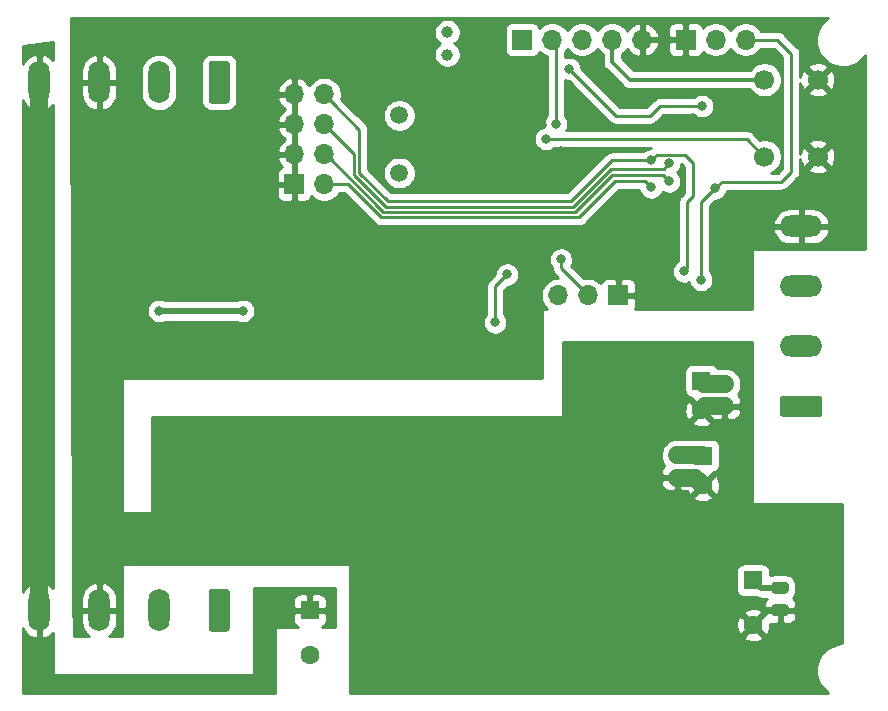
<source format=gbr>
%TF.GenerationSoftware,KiCad,Pcbnew,(5.1.12)-1*%
%TF.CreationDate,2022-08-10T11:31:23+05:30*%
%TF.ProjectId,AGV_SENSOR_PCB_2,4147565f-5345-44e5-934f-525f5043425f,rev?*%
%TF.SameCoordinates,Original*%
%TF.FileFunction,Copper,L2,Bot*%
%TF.FilePolarity,Positive*%
%FSLAX46Y46*%
G04 Gerber Fmt 4.6, Leading zero omitted, Abs format (unit mm)*
G04 Created by KiCad (PCBNEW (5.1.12)-1) date 2022-08-10 11:31:23*
%MOMM*%
%LPD*%
G01*
G04 APERTURE LIST*
%TA.AperFunction,ComponentPad*%
%ADD10C,1.600000*%
%TD*%
%TA.AperFunction,ComponentPad*%
%ADD11R,1.600000X1.600000*%
%TD*%
%TA.AperFunction,ComponentPad*%
%ADD12R,1.700000X1.700000*%
%TD*%
%TA.AperFunction,ComponentPad*%
%ADD13O,1.700000X1.700000*%
%TD*%
%TA.AperFunction,ComponentPad*%
%ADD14O,1.800000X3.600000*%
%TD*%
%TA.AperFunction,ComponentPad*%
%ADD15O,3.600000X1.800000*%
%TD*%
%TA.AperFunction,ComponentPad*%
%ADD16C,1.700000*%
%TD*%
%TA.AperFunction,ComponentPad*%
%ADD17C,1.500000*%
%TD*%
%TA.AperFunction,ComponentPad*%
%ADD18C,1.000000*%
%TD*%
%TA.AperFunction,ViaPad*%
%ADD19C,0.800000*%
%TD*%
%TA.AperFunction,Conductor*%
%ADD20C,1.500000*%
%TD*%
%TA.AperFunction,Conductor*%
%ADD21C,0.540000*%
%TD*%
%TA.AperFunction,Conductor*%
%ADD22C,0.250000*%
%TD*%
%TA.AperFunction,Conductor*%
%ADD23C,0.354000*%
%TD*%
%TA.AperFunction,Conductor*%
%ADD24C,0.254000*%
%TD*%
%TA.AperFunction,Conductor*%
%ADD25C,0.100000*%
%TD*%
G04 APERTURE END LIST*
D10*
%TO.P,C10,2*%
%TO.N,GND*%
X142798800Y-123180000D03*
D11*
%TO.P,C10,1*%
%TO.N,+24V*%
X142798800Y-119380000D03*
%TD*%
%TO.P,C12,1*%
%TO.N,Net-(C12-Pad1)*%
X180340000Y-116840000D03*
D10*
%TO.P,C12,2*%
%TO.N,GND*%
X180340000Y-120640000D03*
%TD*%
%TO.P,C13,1*%
%TO.N,Net-(C12-Pad1)*%
%TA.AperFunction,SMDPad,CuDef*%
G36*
G01*
X182151000Y-116975000D02*
X183101000Y-116975000D01*
G75*
G02*
X183351000Y-117225000I0J-250000D01*
G01*
X183351000Y-117725000D01*
G75*
G02*
X183101000Y-117975000I-250000J0D01*
G01*
X182151000Y-117975000D01*
G75*
G02*
X181901000Y-117725000I0J250000D01*
G01*
X181901000Y-117225000D01*
G75*
G02*
X182151000Y-116975000I250000J0D01*
G01*
G37*
%TD.AperFunction*%
%TO.P,C13,2*%
%TO.N,GND*%
%TA.AperFunction,SMDPad,CuDef*%
G36*
G01*
X182151000Y-118875000D02*
X183101000Y-118875000D01*
G75*
G02*
X183351000Y-119125000I0J-250000D01*
G01*
X183351000Y-119625000D01*
G75*
G02*
X183101000Y-119875000I-250000J0D01*
G01*
X182151000Y-119875000D01*
G75*
G02*
X181901000Y-119625000I0J250000D01*
G01*
X181901000Y-119125000D01*
G75*
G02*
X182151000Y-118875000I250000J0D01*
G01*
G37*
%TD.AperFunction*%
%TD*%
%TO.P,C16,2*%
%TO.N,GND*%
%TA.AperFunction,SMDPad,CuDef*%
G36*
G01*
X177452000Y-101605500D02*
X178402000Y-101605500D01*
G75*
G02*
X178652000Y-101855500I0J-250000D01*
G01*
X178652000Y-102355500D01*
G75*
G02*
X178402000Y-102605500I-250000J0D01*
G01*
X177452000Y-102605500D01*
G75*
G02*
X177202000Y-102355500I0J250000D01*
G01*
X177202000Y-101855500D01*
G75*
G02*
X177452000Y-101605500I250000J0D01*
G01*
G37*
%TD.AperFunction*%
%TO.P,C16,1*%
%TO.N,Net-(C16-Pad1)*%
%TA.AperFunction,SMDPad,CuDef*%
G36*
G01*
X177452000Y-99705500D02*
X178402000Y-99705500D01*
G75*
G02*
X178652000Y-99955500I0J-250000D01*
G01*
X178652000Y-100455500D01*
G75*
G02*
X178402000Y-100705500I-250000J0D01*
G01*
X177452000Y-100705500D01*
G75*
G02*
X177202000Y-100455500I0J250000D01*
G01*
X177202000Y-99955500D01*
G75*
G02*
X177452000Y-99705500I250000J0D01*
G01*
G37*
%TD.AperFunction*%
%TD*%
D11*
%TO.P,C17,1*%
%TO.N,+5V*%
X176085500Y-106275500D03*
D10*
%TO.P,C17,2*%
%TO.N,GND*%
X176085500Y-108775500D03*
%TD*%
%TO.P,C18,2*%
%TO.N,GND*%
X175958500Y-102449000D03*
D11*
%TO.P,C18,1*%
%TO.N,Net-(C16-Pad1)*%
X175958500Y-99949000D03*
%TD*%
%TO.P,C19,1*%
%TO.N,+5V*%
%TA.AperFunction,SMDPad,CuDef*%
G36*
G01*
X173451500Y-105738000D02*
X174401500Y-105738000D01*
G75*
G02*
X174651500Y-105988000I0J-250000D01*
G01*
X174651500Y-106488000D01*
G75*
G02*
X174401500Y-106738000I-250000J0D01*
G01*
X173451500Y-106738000D01*
G75*
G02*
X173201500Y-106488000I0J250000D01*
G01*
X173201500Y-105988000D01*
G75*
G02*
X173451500Y-105738000I250000J0D01*
G01*
G37*
%TD.AperFunction*%
%TO.P,C19,2*%
%TO.N,GND*%
%TA.AperFunction,SMDPad,CuDef*%
G36*
G01*
X173451500Y-107638000D02*
X174401500Y-107638000D01*
G75*
G02*
X174651500Y-107888000I0J-250000D01*
G01*
X174651500Y-108388000D01*
G75*
G02*
X174401500Y-108638000I-250000J0D01*
G01*
X173451500Y-108638000D01*
G75*
G02*
X173201500Y-108388000I0J250000D01*
G01*
X173201500Y-107888000D01*
G75*
G02*
X173451500Y-107638000I250000J0D01*
G01*
G37*
%TD.AperFunction*%
%TD*%
D12*
%TO.P,J1,1*%
%TO.N,GND*%
X174625000Y-71056500D03*
D13*
%TO.P,J1,2*%
%TO.N,Net-(J1-Pad2)*%
X177165000Y-71056500D03*
%TO.P,J1,3*%
%TO.N,+3V3*%
X179705000Y-71056500D03*
%TD*%
D14*
%TO.P,J2,4*%
%TO.N,+24V*%
X119888000Y-119380000D03*
%TO.P,J2,3*%
%TO.N,GND*%
X124968000Y-119380000D03*
%TO.P,J2,2*%
%TO.N,B*%
X130048000Y-119380000D03*
%TO.P,J2,1*%
%TO.N,A*%
%TA.AperFunction,ComponentPad*%
G36*
G01*
X136028000Y-117830000D02*
X136028000Y-120930000D01*
G75*
G02*
X135778000Y-121180000I-250000J0D01*
G01*
X134478000Y-121180000D01*
G75*
G02*
X134228000Y-120930000I0J250000D01*
G01*
X134228000Y-117830000D01*
G75*
G02*
X134478000Y-117580000I250000J0D01*
G01*
X135778000Y-117580000D01*
G75*
G02*
X136028000Y-117830000I0J-250000D01*
G01*
G37*
%TD.AperFunction*%
%TD*%
%TO.P,J3,1*%
%TO.N,A*%
%TA.AperFunction,ComponentPad*%
G36*
G01*
X136028000Y-73126000D02*
X136028000Y-76226000D01*
G75*
G02*
X135778000Y-76476000I-250000J0D01*
G01*
X134478000Y-76476000D01*
G75*
G02*
X134228000Y-76226000I0J250000D01*
G01*
X134228000Y-73126000D01*
G75*
G02*
X134478000Y-72876000I250000J0D01*
G01*
X135778000Y-72876000D01*
G75*
G02*
X136028000Y-73126000I0J-250000D01*
G01*
G37*
%TD.AperFunction*%
%TO.P,J3,2*%
%TO.N,B*%
X130048000Y-74676000D03*
%TO.P,J3,3*%
%TO.N,GND*%
X124968000Y-74676000D03*
%TO.P,J3,4*%
%TO.N,+24V*%
X119888000Y-74676000D03*
%TD*%
%TO.P,J5,1*%
%TO.N,+5V*%
%TA.AperFunction,ComponentPad*%
G36*
G01*
X185954000Y-103008000D02*
X182854000Y-103008000D01*
G75*
G02*
X182604000Y-102758000I0J250000D01*
G01*
X182604000Y-101458000D01*
G75*
G02*
X182854000Y-101208000I250000J0D01*
G01*
X185954000Y-101208000D01*
G75*
G02*
X186204000Y-101458000I0J-250000D01*
G01*
X186204000Y-102758000D01*
G75*
G02*
X185954000Y-103008000I-250000J0D01*
G01*
G37*
%TD.AperFunction*%
D15*
%TO.P,J5,2*%
%TO.N,RX*%
X184404000Y-97028000D03*
%TO.P,J5,3*%
%TO.N,TX*%
X184404000Y-91948000D03*
%TO.P,J5,4*%
%TO.N,GND*%
X184404000Y-86868000D03*
%TD*%
D16*
%TO.P,SW1,4*%
%TO.N,GND*%
X185792500Y-74462500D03*
%TO.P,SW1,3*%
X185792500Y-80962500D03*
%TO.P,SW1,2*%
%TO.N,NRST*%
X181292500Y-74462500D03*
%TO.P,SW1,1*%
X181292500Y-80962500D03*
%TD*%
D17*
%TO.P,Y1,1*%
%TO.N,Net-(C1-Pad1)*%
X150368000Y-77470000D03*
%TO.P,Y1,2*%
%TO.N,Net-(C2-Pad1)*%
X150368000Y-82350000D03*
%TD*%
D18*
%TO.P,Y2,1*%
%TO.N,Net-(C3-Pad1)*%
X154432000Y-72326500D03*
%TO.P,Y2,2*%
%TO.N,Net-(C8-Pad1)*%
X154432000Y-70426500D03*
%TD*%
D12*
%TO.P,J4,1*%
%TO.N,+3V3*%
X160782000Y-71056500D03*
D13*
%TO.P,J4,2*%
%TO.N,Net-(J4-Pad2)*%
X163322000Y-71056500D03*
%TO.P,J4,3*%
%TO.N,Net-(J4-Pad3)*%
X165862000Y-71056500D03*
%TO.P,J4,4*%
%TO.N,NRST*%
X168402000Y-71056500D03*
%TO.P,J4,5*%
%TO.N,GND*%
X170942000Y-71056500D03*
%TD*%
D12*
%TO.P,J6,1*%
%TO.N,GND*%
X141478000Y-83312000D03*
D13*
%TO.P,J6,2*%
%TO.N,Net-(J6-Pad2)*%
X144018000Y-83312000D03*
%TO.P,J6,3*%
%TO.N,GND*%
X141478000Y-80772000D03*
%TO.P,J6,4*%
%TO.N,Net-(J6-Pad4)*%
X144018000Y-80772000D03*
%TO.P,J6,5*%
%TO.N,GND*%
X141478000Y-78232000D03*
%TO.P,J6,6*%
%TO.N,Net-(J6-Pad6)*%
X144018000Y-78232000D03*
%TO.P,J6,7*%
%TO.N,GND*%
X141478000Y-75692000D03*
%TO.P,J6,8*%
%TO.N,Net-(J6-Pad8)*%
X144018000Y-75692000D03*
%TD*%
D12*
%TO.P,J7,1*%
%TO.N,GND*%
X168910000Y-92710000D03*
D13*
%TO.P,J7,2*%
%TO.N,Net-(J7-Pad2)*%
X166370000Y-92710000D03*
%TO.P,J7,3*%
%TO.N,+3V3*%
X163830000Y-92710000D03*
%TD*%
D19*
%TO.N,GND*%
X156438600Y-78994000D03*
X156489400Y-80162400D03*
X146075400Y-89687400D03*
X141859000Y-99491800D03*
X149987000Y-99314000D03*
X165354000Y-89458800D03*
X160426401Y-75590401D03*
X162458400Y-78282800D03*
X160020000Y-118110000D03*
X146304000Y-111252000D03*
X148844000Y-111252000D03*
X146304000Y-108966000D03*
X148844000Y-108966000D03*
X146304000Y-106680000D03*
X148844000Y-106426000D03*
X146304000Y-104394000D03*
X148844000Y-104394000D03*
X162306000Y-104140000D03*
X164338000Y-104140000D03*
X162306000Y-106426000D03*
X164338000Y-106426000D03*
X162306000Y-108458000D03*
X164338000Y-108204000D03*
X147828000Y-121666000D03*
X149098000Y-121666000D03*
X148590000Y-125984000D03*
X150622000Y-125984000D03*
X164084000Y-80518000D03*
X175260000Y-77724000D03*
X172720000Y-73406000D03*
X162052000Y-96012000D03*
X162052000Y-97282000D03*
X162052000Y-98806000D03*
X160528000Y-98806000D03*
X159004000Y-98806000D03*
X157480000Y-98806000D03*
X155702000Y-98806000D03*
X138684000Y-96520000D03*
X138684000Y-98044000D03*
X138684000Y-99314000D03*
X138684000Y-90932000D03*
X138684000Y-89408000D03*
X138684000Y-87884000D03*
X138684000Y-86360000D03*
X138684000Y-84836000D03*
X138684000Y-83058000D03*
X138684000Y-81280000D03*
X138684000Y-79756000D03*
X138684000Y-78232000D03*
X138684000Y-76708000D03*
X138684000Y-75184000D03*
X138684000Y-73660000D03*
X138684000Y-71882000D03*
X138684000Y-70104000D03*
X140208000Y-70104000D03*
X141732000Y-70104000D03*
X143256000Y-70104000D03*
X144526000Y-70104000D03*
X146050000Y-70104000D03*
X147574000Y-70104000D03*
X149098000Y-70104000D03*
X150622000Y-70104000D03*
X189484000Y-73914000D03*
X189484000Y-75438000D03*
X189484000Y-76962000D03*
X189484000Y-78486000D03*
X189484000Y-80010000D03*
X189484000Y-81788000D03*
X189484000Y-83566000D03*
X189484000Y-85344000D03*
X189484000Y-87122000D03*
%TO.N,+3V3*%
X175945800Y-91389200D03*
X177101500Y-83654900D03*
X164769800Y-73533000D03*
X176010250Y-76696250D03*
%TO.N,NRST*%
X162788600Y-79466102D03*
%TO.N,RO*%
X159512000Y-90932000D03*
X158496000Y-94996000D03*
%TO.N,B*%
X137138400Y-94027000D03*
X130051800Y-94027000D03*
%TO.N,Net-(J4-Pad2)*%
X163626800Y-78181200D03*
%TO.N,Net-(J6-Pad2)*%
X171704000Y-83566000D03*
%TO.N,Net-(J6-Pad4)*%
X173228000Y-83058000D03*
%TO.N,Net-(J6-Pad6)*%
X173228000Y-81534000D03*
%TO.N,Net-(J6-Pad8)*%
X171704000Y-81280000D03*
X174498000Y-90678000D03*
%TO.N,Net-(J7-Pad2)*%
X164084000Y-89662000D03*
%TD*%
D20*
%TO.N,GND*%
X176302000Y-102105500D02*
X175958500Y-102449000D01*
X177927000Y-102105500D02*
X176302000Y-102105500D01*
X175448000Y-108138000D02*
X176085500Y-108775500D01*
X173926500Y-108138000D02*
X175448000Y-108138000D01*
D21*
X181605000Y-119375000D02*
X180340000Y-120640000D01*
X182626000Y-119375000D02*
X181605000Y-119375000D01*
D22*
%TO.N,+3V3*%
X179705000Y-71056500D02*
X182384700Y-71056500D01*
X182384700Y-71056500D02*
X183565800Y-72237600D01*
X183565800Y-72237600D02*
X183565800Y-82245200D01*
X183565800Y-82245200D02*
X182727600Y-83083400D01*
X182727600Y-83083400D02*
X177673000Y-83083400D01*
X175945800Y-84810600D02*
X175945800Y-91389200D01*
X177101500Y-83654900D02*
X175945800Y-84810600D01*
X177673000Y-83083400D02*
X177101500Y-83654900D01*
X164769800Y-73533000D02*
X168173400Y-76936600D01*
X168173400Y-76936600D02*
X168325800Y-77089000D01*
X172416750Y-76696250D02*
X176010250Y-76696250D01*
X171599000Y-77514000D02*
X172416750Y-76696250D01*
X168750800Y-77514000D02*
X171599000Y-77514000D01*
X168173400Y-76936600D02*
X168750800Y-77514000D01*
D23*
%TO.N,NRST*%
X168402000Y-71056500D02*
X168402000Y-72948800D01*
X169915700Y-74462500D02*
X181292500Y-74462500D01*
X168402000Y-72948800D02*
X169915700Y-74462500D01*
D22*
X179796102Y-79466102D02*
X181292500Y-80962500D01*
X162788600Y-79466102D02*
X179796102Y-79466102D01*
D21*
%TO.N,Net-(C12-Pad1)*%
X180975000Y-117475000D02*
X180340000Y-116840000D01*
X182626000Y-117475000D02*
X180975000Y-117475000D01*
D20*
%TO.N,+24V*%
X119888000Y-74676000D02*
X119888000Y-119380000D01*
%TO.N,Net-(C16-Pad1)*%
X176215000Y-100205500D02*
X175958500Y-99949000D01*
X177927000Y-100205500D02*
X176215000Y-100205500D01*
%TO.N,+5V*%
X176048000Y-106238000D02*
X176085500Y-106275500D01*
X173926500Y-106238000D02*
X176048000Y-106238000D01*
D22*
%TO.N,RO*%
X159512000Y-90932000D02*
X158496000Y-91948000D01*
X158496000Y-91948000D02*
X158496000Y-94996000D01*
D21*
%TO.N,B*%
X137138400Y-94027000D02*
X130051800Y-94027000D01*
D22*
%TO.N,Net-(J4-Pad2)*%
X163626800Y-71361300D02*
X163322000Y-71056500D01*
X163626800Y-78181200D02*
X163626800Y-71361300D01*
%TO.N,Net-(J6-Pad2)*%
X165608000Y-86106000D02*
X148844000Y-86106000D01*
X168656000Y-83058000D02*
X165608000Y-86106000D01*
X171196000Y-83058000D02*
X168656000Y-83058000D01*
X171704000Y-83566000D02*
X171196000Y-83058000D01*
X146050000Y-83312000D02*
X144018000Y-83312000D01*
X148844000Y-86106000D02*
X146050000Y-83312000D01*
%TO.N,Net-(J6-Pad4)*%
X173228000Y-83058000D02*
X172720000Y-82550000D01*
X172720000Y-82550000D02*
X168402000Y-82550000D01*
X144146410Y-80772000D02*
X144018000Y-80772000D01*
X149030399Y-85655989D02*
X144146410Y-80772000D01*
X165296011Y-85655989D02*
X149030399Y-85655989D01*
X168402000Y-82550000D02*
X165296011Y-85655989D01*
%TO.N,Net-(J6-Pad6)*%
X172756999Y-82005001D02*
X173228000Y-81534000D01*
X144018000Y-78232000D02*
X146558000Y-80772000D01*
X146558000Y-80772000D02*
X146558000Y-82547178D01*
X165109612Y-85205978D02*
X168310589Y-82005001D01*
X149216798Y-85205978D02*
X165109612Y-85205978D01*
X168310589Y-82005001D02*
X172756999Y-82005001D01*
X146558000Y-82547178D02*
X149216798Y-85205978D01*
%TO.N,Net-(J6-Pad8)*%
X144867999Y-76541999D02*
X144018000Y-75692000D01*
X171704000Y-81280000D02*
X168399180Y-81280000D01*
X147008010Y-78682010D02*
X144867999Y-76541999D01*
X168399180Y-81280000D02*
X164923213Y-84755967D01*
X147008010Y-82360779D02*
X147008010Y-78682010D01*
X149403197Y-84755967D02*
X147008010Y-82360779D01*
X164923213Y-84755967D02*
X149403197Y-84755967D01*
X172175001Y-80808999D02*
X174534999Y-80808999D01*
X171704000Y-81280000D02*
X172175001Y-80808999D01*
X174534999Y-80808999D02*
X175260000Y-81534000D01*
X175260000Y-81534000D02*
X175260000Y-84328000D01*
X175260000Y-84328000D02*
X174752000Y-84836000D01*
X174752000Y-84836000D02*
X174752000Y-87122000D01*
X174752000Y-87122000D02*
X174752000Y-90424000D01*
X174752000Y-90424000D02*
X174498000Y-90678000D01*
%TO.N,Net-(J7-Pad2)*%
X164084000Y-90424000D02*
X166370000Y-92710000D01*
X164084000Y-89662000D02*
X164084000Y-90424000D01*
%TD*%
D24*
%TO.N,GND*%
X186509500Y-69352560D02*
X186192560Y-69669500D01*
X185943543Y-70042181D01*
X185772016Y-70456282D01*
X185684573Y-70895890D01*
X185684573Y-71344110D01*
X185772016Y-71783718D01*
X185943543Y-72197819D01*
X186192560Y-72570500D01*
X186509500Y-72887440D01*
X186882181Y-73136457D01*
X187296282Y-73307984D01*
X187735890Y-73395427D01*
X188184110Y-73395427D01*
X188623718Y-73307984D01*
X189037819Y-73136457D01*
X189410500Y-72887440D01*
X189727440Y-72570500D01*
X189840001Y-72402040D01*
X189840001Y-88773000D01*
X180340000Y-88773000D01*
X180315224Y-88775440D01*
X180291399Y-88782667D01*
X180269443Y-88794403D01*
X180250197Y-88810197D01*
X180234403Y-88829443D01*
X180222667Y-88851399D01*
X180215440Y-88875224D01*
X180213000Y-88900000D01*
X180213000Y-93853000D01*
X170323407Y-93853000D01*
X170349502Y-93804180D01*
X170385812Y-93684482D01*
X170398072Y-93560000D01*
X170395000Y-92995750D01*
X170236250Y-92837000D01*
X169037000Y-92837000D01*
X169037000Y-92857000D01*
X168783000Y-92857000D01*
X168783000Y-92837000D01*
X168763000Y-92837000D01*
X168763000Y-92583000D01*
X168783000Y-92583000D01*
X168783000Y-91383750D01*
X169037000Y-91383750D01*
X169037000Y-92583000D01*
X170236250Y-92583000D01*
X170395000Y-92424250D01*
X170398072Y-91860000D01*
X170385812Y-91735518D01*
X170349502Y-91615820D01*
X170290537Y-91505506D01*
X170211185Y-91408815D01*
X170114494Y-91329463D01*
X170004180Y-91270498D01*
X169884482Y-91234188D01*
X169760000Y-91221928D01*
X169195750Y-91225000D01*
X169037000Y-91383750D01*
X168783000Y-91383750D01*
X168624250Y-91225000D01*
X168060000Y-91221928D01*
X167935518Y-91234188D01*
X167815820Y-91270498D01*
X167705506Y-91329463D01*
X167608815Y-91408815D01*
X167529463Y-91505506D01*
X167470498Y-91615820D01*
X167448487Y-91688380D01*
X167316632Y-91556525D01*
X167073411Y-91394010D01*
X166803158Y-91282068D01*
X166516260Y-91225000D01*
X166223740Y-91225000D01*
X166003592Y-91268790D01*
X164955484Y-90220683D01*
X165001205Y-90152256D01*
X165079226Y-89963898D01*
X165119000Y-89763939D01*
X165119000Y-89560061D01*
X165079226Y-89360102D01*
X165001205Y-89171744D01*
X164887937Y-89002226D01*
X164743774Y-88858063D01*
X164574256Y-88744795D01*
X164385898Y-88666774D01*
X164185939Y-88627000D01*
X163982061Y-88627000D01*
X163782102Y-88666774D01*
X163593744Y-88744795D01*
X163424226Y-88858063D01*
X163280063Y-89002226D01*
X163166795Y-89171744D01*
X163088774Y-89360102D01*
X163049000Y-89560061D01*
X163049000Y-89763939D01*
X163088774Y-89963898D01*
X163166795Y-90152256D01*
X163280063Y-90321774D01*
X163324000Y-90365711D01*
X163324000Y-90386678D01*
X163320324Y-90424000D01*
X163324000Y-90461322D01*
X163324000Y-90461333D01*
X163334997Y-90572986D01*
X163355251Y-90639754D01*
X163378454Y-90716246D01*
X163449026Y-90848276D01*
X163490609Y-90898944D01*
X163544000Y-90964001D01*
X163572998Y-90987799D01*
X163810199Y-91225000D01*
X163683740Y-91225000D01*
X163396842Y-91282068D01*
X163126589Y-91394010D01*
X162883368Y-91556525D01*
X162676525Y-91763368D01*
X162514010Y-92006589D01*
X162402068Y-92276842D01*
X162345000Y-92563740D01*
X162345000Y-92856260D01*
X162402068Y-93143158D01*
X162514010Y-93413411D01*
X162676525Y-93656632D01*
X162872893Y-93853000D01*
X162560000Y-93853000D01*
X162535224Y-93855440D01*
X162511399Y-93862667D01*
X162489443Y-93874403D01*
X162470197Y-93890197D01*
X162454403Y-93909443D01*
X162442667Y-93931399D01*
X162435440Y-93955224D01*
X162433000Y-93980000D01*
X162433000Y-99695000D01*
X127000000Y-99695000D01*
X126975224Y-99697440D01*
X126951399Y-99704667D01*
X126929443Y-99716403D01*
X126910197Y-99732197D01*
X126894403Y-99751443D01*
X126882667Y-99773399D01*
X126875440Y-99797224D01*
X126873000Y-99822000D01*
X126873000Y-121539000D01*
X125842351Y-121539000D01*
X125963606Y-121455210D01*
X126173748Y-121238396D01*
X126337554Y-120984751D01*
X126448729Y-120704023D01*
X126503000Y-120407000D01*
X126503000Y-119507000D01*
X125095000Y-119507000D01*
X125095000Y-119527000D01*
X124841000Y-119527000D01*
X124841000Y-119507000D01*
X123433000Y-119507000D01*
X123433000Y-120407000D01*
X123487271Y-120704023D01*
X123598446Y-120984751D01*
X123762252Y-121238396D01*
X123972394Y-121455210D01*
X124093649Y-121539000D01*
X122808394Y-121539000D01*
X122793151Y-118353000D01*
X123433000Y-118353000D01*
X123433000Y-119253000D01*
X124841000Y-119253000D01*
X124841000Y-117109622D01*
X125095000Y-117109622D01*
X125095000Y-119253000D01*
X126503000Y-119253000D01*
X126503000Y-118353000D01*
X126448729Y-118055977D01*
X126337554Y-117775249D01*
X126173748Y-117521604D01*
X125963606Y-117304790D01*
X125715204Y-117133138D01*
X125438087Y-117013245D01*
X125332740Y-116988964D01*
X125095000Y-117109622D01*
X124841000Y-117109622D01*
X124603260Y-116988964D01*
X124497913Y-117013245D01*
X124220796Y-117133138D01*
X123972394Y-117304790D01*
X123762252Y-117521604D01*
X123598446Y-117775249D01*
X123487271Y-118055977D01*
X123433000Y-118353000D01*
X122793151Y-118353000D01*
X122676272Y-93925061D01*
X129016800Y-93925061D01*
X129016800Y-94128939D01*
X129056574Y-94328898D01*
X129134595Y-94517256D01*
X129247863Y-94686774D01*
X129392026Y-94830937D01*
X129561544Y-94944205D01*
X129749902Y-95022226D01*
X129949861Y-95062000D01*
X130153739Y-95062000D01*
X130353698Y-95022226D01*
X130542056Y-94944205D01*
X130560322Y-94932000D01*
X136629878Y-94932000D01*
X136648144Y-94944205D01*
X136836502Y-95022226D01*
X137036461Y-95062000D01*
X137240339Y-95062000D01*
X137440298Y-95022226D01*
X137628656Y-94944205D01*
X137703702Y-94894061D01*
X157461000Y-94894061D01*
X157461000Y-95097939D01*
X157500774Y-95297898D01*
X157578795Y-95486256D01*
X157692063Y-95655774D01*
X157836226Y-95799937D01*
X158005744Y-95913205D01*
X158194102Y-95991226D01*
X158394061Y-96031000D01*
X158597939Y-96031000D01*
X158797898Y-95991226D01*
X158986256Y-95913205D01*
X159155774Y-95799937D01*
X159299937Y-95655774D01*
X159413205Y-95486256D01*
X159491226Y-95297898D01*
X159531000Y-95097939D01*
X159531000Y-94894061D01*
X159491226Y-94694102D01*
X159413205Y-94505744D01*
X159299937Y-94336226D01*
X159256000Y-94292289D01*
X159256000Y-92262801D01*
X159551802Y-91967000D01*
X159613939Y-91967000D01*
X159813898Y-91927226D01*
X160002256Y-91849205D01*
X160171774Y-91735937D01*
X160315937Y-91591774D01*
X160429205Y-91422256D01*
X160507226Y-91233898D01*
X160547000Y-91033939D01*
X160547000Y-90830061D01*
X160507226Y-90630102D01*
X160429205Y-90441744D01*
X160315937Y-90272226D01*
X160171774Y-90128063D01*
X160002256Y-90014795D01*
X159813898Y-89936774D01*
X159613939Y-89897000D01*
X159410061Y-89897000D01*
X159210102Y-89936774D01*
X159021744Y-90014795D01*
X158852226Y-90128063D01*
X158708063Y-90272226D01*
X158594795Y-90441744D01*
X158516774Y-90630102D01*
X158477000Y-90830061D01*
X158477000Y-90892198D01*
X157985002Y-91384196D01*
X157955999Y-91407999D01*
X157900871Y-91475174D01*
X157861026Y-91523724D01*
X157811799Y-91615820D01*
X157790454Y-91655754D01*
X157746997Y-91799015D01*
X157736000Y-91910668D01*
X157736000Y-91910678D01*
X157732324Y-91948000D01*
X157736000Y-91985323D01*
X157736001Y-94292288D01*
X157692063Y-94336226D01*
X157578795Y-94505744D01*
X157500774Y-94694102D01*
X157461000Y-94894061D01*
X137703702Y-94894061D01*
X137798174Y-94830937D01*
X137942337Y-94686774D01*
X138055605Y-94517256D01*
X138133626Y-94328898D01*
X138173400Y-94128939D01*
X138173400Y-93925061D01*
X138133626Y-93725102D01*
X138055605Y-93536744D01*
X137942337Y-93367226D01*
X137798174Y-93223063D01*
X137628656Y-93109795D01*
X137440298Y-93031774D01*
X137240339Y-92992000D01*
X137036461Y-92992000D01*
X136836502Y-93031774D01*
X136648144Y-93109795D01*
X136629878Y-93122000D01*
X130560322Y-93122000D01*
X130542056Y-93109795D01*
X130353698Y-93031774D01*
X130153739Y-92992000D01*
X129949861Y-92992000D01*
X129749902Y-93031774D01*
X129561544Y-93109795D01*
X129392026Y-93223063D01*
X129247863Y-93367226D01*
X129134595Y-93536744D01*
X129056574Y-93725102D01*
X129016800Y-93925061D01*
X122676272Y-93925061D01*
X122629559Y-84162000D01*
X139989928Y-84162000D01*
X140002188Y-84286482D01*
X140038498Y-84406180D01*
X140097463Y-84516494D01*
X140176815Y-84613185D01*
X140273506Y-84692537D01*
X140383820Y-84751502D01*
X140503518Y-84787812D01*
X140628000Y-84800072D01*
X141192250Y-84797000D01*
X141351000Y-84638250D01*
X141351000Y-83439000D01*
X140151750Y-83439000D01*
X139993000Y-83597750D01*
X139989928Y-84162000D01*
X122629559Y-84162000D01*
X122621425Y-82462000D01*
X139989928Y-82462000D01*
X139993000Y-83026250D01*
X140151750Y-83185000D01*
X141351000Y-83185000D01*
X141351000Y-80899000D01*
X140157845Y-80899000D01*
X140036524Y-81128890D01*
X140081175Y-81276099D01*
X140206359Y-81538920D01*
X140380412Y-81772269D01*
X140464466Y-81848034D01*
X140383820Y-81872498D01*
X140273506Y-81931463D01*
X140176815Y-82010815D01*
X140097463Y-82107506D01*
X140038498Y-82217820D01*
X140002188Y-82337518D01*
X139989928Y-82462000D01*
X122621425Y-82462000D01*
X122602893Y-78588890D01*
X140036524Y-78588890D01*
X140081175Y-78736099D01*
X140206359Y-78998920D01*
X140380412Y-79232269D01*
X140596645Y-79427178D01*
X140722255Y-79502000D01*
X140596645Y-79576822D01*
X140380412Y-79771731D01*
X140206359Y-80005080D01*
X140081175Y-80267901D01*
X140036524Y-80415110D01*
X140157845Y-80645000D01*
X141351000Y-80645000D01*
X141351000Y-78359000D01*
X140157845Y-78359000D01*
X140036524Y-78588890D01*
X122602893Y-78588890D01*
X122584778Y-74803000D01*
X123433000Y-74803000D01*
X123433000Y-75703000D01*
X123487271Y-76000023D01*
X123598446Y-76280751D01*
X123762252Y-76534396D01*
X123972394Y-76751210D01*
X124220796Y-76922862D01*
X124497913Y-77042755D01*
X124603260Y-77067036D01*
X124841000Y-76946378D01*
X124841000Y-74803000D01*
X125095000Y-74803000D01*
X125095000Y-76946378D01*
X125332740Y-77067036D01*
X125438087Y-77042755D01*
X125715204Y-76922862D01*
X125963606Y-76751210D01*
X126173748Y-76534396D01*
X126337554Y-76280751D01*
X126448729Y-76000023D01*
X126503000Y-75703000D01*
X126503000Y-74803000D01*
X125095000Y-74803000D01*
X124841000Y-74803000D01*
X123433000Y-74803000D01*
X122584778Y-74803000D01*
X122579257Y-73649000D01*
X123433000Y-73649000D01*
X123433000Y-74549000D01*
X124841000Y-74549000D01*
X124841000Y-72405622D01*
X125095000Y-72405622D01*
X125095000Y-74549000D01*
X126503000Y-74549000D01*
X126503000Y-73700592D01*
X128513000Y-73700592D01*
X128513000Y-75651407D01*
X128535210Y-75876912D01*
X128622983Y-76166260D01*
X128765519Y-76432926D01*
X128957339Y-76666661D01*
X129191073Y-76858481D01*
X129457739Y-77001017D01*
X129747087Y-77088790D01*
X130048000Y-77118427D01*
X130348912Y-77088790D01*
X130638260Y-77001017D01*
X130904926Y-76858481D01*
X131138661Y-76666661D01*
X131330481Y-76432927D01*
X131473017Y-76166261D01*
X131560790Y-75876913D01*
X131583000Y-75651408D01*
X131583000Y-73700592D01*
X131560790Y-73475087D01*
X131473017Y-73185739D01*
X131441086Y-73126000D01*
X133589928Y-73126000D01*
X133589928Y-76226000D01*
X133606992Y-76399254D01*
X133657528Y-76565850D01*
X133739595Y-76719386D01*
X133850038Y-76853962D01*
X133984614Y-76964405D01*
X134138150Y-77046472D01*
X134304746Y-77097008D01*
X134478000Y-77114072D01*
X135778000Y-77114072D01*
X135951254Y-77097008D01*
X136117850Y-77046472D01*
X136271386Y-76964405D01*
X136405962Y-76853962D01*
X136516405Y-76719386D01*
X136598472Y-76565850D01*
X136649008Y-76399254D01*
X136666072Y-76226000D01*
X136666072Y-76048890D01*
X140036524Y-76048890D01*
X140081175Y-76196099D01*
X140206359Y-76458920D01*
X140380412Y-76692269D01*
X140596645Y-76887178D01*
X140722255Y-76962000D01*
X140596645Y-77036822D01*
X140380412Y-77231731D01*
X140206359Y-77465080D01*
X140081175Y-77727901D01*
X140036524Y-77875110D01*
X140157845Y-78105000D01*
X141351000Y-78105000D01*
X141351000Y-75819000D01*
X140157845Y-75819000D01*
X140036524Y-76048890D01*
X136666072Y-76048890D01*
X136666072Y-75335110D01*
X140036524Y-75335110D01*
X140157845Y-75565000D01*
X141351000Y-75565000D01*
X141351000Y-74371186D01*
X141605000Y-74371186D01*
X141605000Y-75565000D01*
X141625000Y-75565000D01*
X141625000Y-75819000D01*
X141605000Y-75819000D01*
X141605000Y-78105000D01*
X141625000Y-78105000D01*
X141625000Y-78359000D01*
X141605000Y-78359000D01*
X141605000Y-80645000D01*
X141625000Y-80645000D01*
X141625000Y-80899000D01*
X141605000Y-80899000D01*
X141605000Y-83185000D01*
X141625000Y-83185000D01*
X141625000Y-83439000D01*
X141605000Y-83439000D01*
X141605000Y-84638250D01*
X141763750Y-84797000D01*
X142328000Y-84800072D01*
X142452482Y-84787812D01*
X142572180Y-84751502D01*
X142682494Y-84692537D01*
X142779185Y-84613185D01*
X142858537Y-84516494D01*
X142917502Y-84406180D01*
X142939513Y-84333620D01*
X143071368Y-84465475D01*
X143314589Y-84627990D01*
X143584842Y-84739932D01*
X143871740Y-84797000D01*
X144164260Y-84797000D01*
X144451158Y-84739932D01*
X144721411Y-84627990D01*
X144964632Y-84465475D01*
X145171475Y-84258632D01*
X145296178Y-84072000D01*
X145735199Y-84072000D01*
X148280201Y-86617003D01*
X148303999Y-86646001D01*
X148419724Y-86740974D01*
X148551753Y-86811546D01*
X148695014Y-86855003D01*
X148806667Y-86866000D01*
X148806675Y-86866000D01*
X148844000Y-86869676D01*
X148881325Y-86866000D01*
X165570678Y-86866000D01*
X165608000Y-86869676D01*
X165645322Y-86866000D01*
X165645333Y-86866000D01*
X165756986Y-86855003D01*
X165900247Y-86811546D01*
X166032276Y-86740974D01*
X166148001Y-86646001D01*
X166171804Y-86616997D01*
X168970802Y-83818000D01*
X170698849Y-83818000D01*
X170708774Y-83867898D01*
X170786795Y-84056256D01*
X170900063Y-84225774D01*
X171044226Y-84369937D01*
X171213744Y-84483205D01*
X171402102Y-84561226D01*
X171602061Y-84601000D01*
X171805939Y-84601000D01*
X172005898Y-84561226D01*
X172194256Y-84483205D01*
X172363774Y-84369937D01*
X172507937Y-84225774D01*
X172621205Y-84056256D01*
X172672763Y-83931786D01*
X172737744Y-83975205D01*
X172926102Y-84053226D01*
X173126061Y-84093000D01*
X173329939Y-84093000D01*
X173529898Y-84053226D01*
X173718256Y-83975205D01*
X173887774Y-83861937D01*
X174031937Y-83717774D01*
X174145205Y-83548256D01*
X174223226Y-83359898D01*
X174263000Y-83159939D01*
X174263000Y-82956061D01*
X174223226Y-82756102D01*
X174145205Y-82567744D01*
X174031937Y-82398226D01*
X173929711Y-82296000D01*
X174031937Y-82193774D01*
X174145205Y-82024256D01*
X174223226Y-81835898D01*
X174263000Y-81635939D01*
X174263000Y-81611801D01*
X174500000Y-81848802D01*
X174500001Y-84013198D01*
X174241002Y-84272197D01*
X174211999Y-84295999D01*
X174182708Y-84331691D01*
X174117026Y-84411724D01*
X174069610Y-84500432D01*
X174046454Y-84543754D01*
X174002997Y-84687015D01*
X173992000Y-84798668D01*
X173992000Y-84798678D01*
X173988324Y-84836000D01*
X173992000Y-84873323D01*
X173992001Y-87084658D01*
X173992000Y-87084668D01*
X173992001Y-89771314D01*
X173838226Y-89874063D01*
X173694063Y-90018226D01*
X173580795Y-90187744D01*
X173502774Y-90376102D01*
X173463000Y-90576061D01*
X173463000Y-90779939D01*
X173502774Y-90979898D01*
X173580795Y-91168256D01*
X173694063Y-91337774D01*
X173838226Y-91481937D01*
X174007744Y-91595205D01*
X174196102Y-91673226D01*
X174396061Y-91713000D01*
X174599939Y-91713000D01*
X174799898Y-91673226D01*
X174935820Y-91616925D01*
X174950574Y-91691098D01*
X175028595Y-91879456D01*
X175141863Y-92048974D01*
X175286026Y-92193137D01*
X175455544Y-92306405D01*
X175643902Y-92384426D01*
X175843861Y-92424200D01*
X176047739Y-92424200D01*
X176247698Y-92384426D01*
X176436056Y-92306405D01*
X176605574Y-92193137D01*
X176749737Y-92048974D01*
X176863005Y-91879456D01*
X176941026Y-91691098D01*
X176980800Y-91491139D01*
X176980800Y-91287261D01*
X176941026Y-91087302D01*
X176863005Y-90898944D01*
X176749737Y-90729426D01*
X176705800Y-90685489D01*
X176705800Y-87232740D01*
X182012964Y-87232740D01*
X182037245Y-87338087D01*
X182157138Y-87615204D01*
X182328790Y-87863606D01*
X182545604Y-88073748D01*
X182799249Y-88237554D01*
X183079977Y-88348729D01*
X183377000Y-88403000D01*
X184277000Y-88403000D01*
X184277000Y-86995000D01*
X184531000Y-86995000D01*
X184531000Y-88403000D01*
X185431000Y-88403000D01*
X185728023Y-88348729D01*
X186008751Y-88237554D01*
X186262396Y-88073748D01*
X186479210Y-87863606D01*
X186650862Y-87615204D01*
X186770755Y-87338087D01*
X186795036Y-87232740D01*
X186674378Y-86995000D01*
X184531000Y-86995000D01*
X184277000Y-86995000D01*
X182133622Y-86995000D01*
X182012964Y-87232740D01*
X176705800Y-87232740D01*
X176705800Y-86503260D01*
X182012964Y-86503260D01*
X182133622Y-86741000D01*
X184277000Y-86741000D01*
X184277000Y-85333000D01*
X184531000Y-85333000D01*
X184531000Y-86741000D01*
X186674378Y-86741000D01*
X186795036Y-86503260D01*
X186770755Y-86397913D01*
X186650862Y-86120796D01*
X186479210Y-85872394D01*
X186262396Y-85662252D01*
X186008751Y-85498446D01*
X185728023Y-85387271D01*
X185431000Y-85333000D01*
X184531000Y-85333000D01*
X184277000Y-85333000D01*
X183377000Y-85333000D01*
X183079977Y-85387271D01*
X182799249Y-85498446D01*
X182545604Y-85662252D01*
X182328790Y-85872394D01*
X182157138Y-86120796D01*
X182037245Y-86397913D01*
X182012964Y-86503260D01*
X176705800Y-86503260D01*
X176705800Y-85125401D01*
X177141302Y-84689900D01*
X177203439Y-84689900D01*
X177403398Y-84650126D01*
X177591756Y-84572105D01*
X177761274Y-84458837D01*
X177905437Y-84314674D01*
X178018705Y-84145156D01*
X178096726Y-83956798D01*
X178119282Y-83843400D01*
X182690278Y-83843400D01*
X182727600Y-83847076D01*
X182764922Y-83843400D01*
X182764933Y-83843400D01*
X182876586Y-83832403D01*
X183019847Y-83788946D01*
X183151876Y-83718374D01*
X183267601Y-83623401D01*
X183291403Y-83594398D01*
X184076803Y-82808999D01*
X184105801Y-82785201D01*
X184200774Y-82669476D01*
X184271346Y-82537447D01*
X184314803Y-82394186D01*
X184325800Y-82282533D01*
X184325800Y-82282523D01*
X184329476Y-82245200D01*
X184325800Y-82207877D01*
X184325800Y-81990897D01*
X184943708Y-81990897D01*
X185021343Y-82239972D01*
X185285383Y-82365871D01*
X185568911Y-82437839D01*
X185861031Y-82453111D01*
X186150519Y-82411099D01*
X186426247Y-82313419D01*
X186563657Y-82239972D01*
X186641292Y-81990897D01*
X185792500Y-81142105D01*
X184943708Y-81990897D01*
X184325800Y-81990897D01*
X184325800Y-81195792D01*
X184343901Y-81320519D01*
X184441581Y-81596247D01*
X184515028Y-81733657D01*
X184764103Y-81811292D01*
X185612895Y-80962500D01*
X185972105Y-80962500D01*
X186820897Y-81811292D01*
X187069972Y-81733657D01*
X187195871Y-81469617D01*
X187267839Y-81186089D01*
X187283111Y-80893969D01*
X187241099Y-80604481D01*
X187143419Y-80328753D01*
X187069972Y-80191343D01*
X186820897Y-80113708D01*
X185972105Y-80962500D01*
X185612895Y-80962500D01*
X184764103Y-80113708D01*
X184515028Y-80191343D01*
X184389129Y-80455383D01*
X184325800Y-80704876D01*
X184325800Y-79934103D01*
X184943708Y-79934103D01*
X185792500Y-80782895D01*
X186641292Y-79934103D01*
X186563657Y-79685028D01*
X186299617Y-79559129D01*
X186016089Y-79487161D01*
X185723969Y-79471889D01*
X185434481Y-79513901D01*
X185158753Y-79611581D01*
X185021343Y-79685028D01*
X184943708Y-79934103D01*
X184325800Y-79934103D01*
X184325800Y-75490897D01*
X184943708Y-75490897D01*
X185021343Y-75739972D01*
X185285383Y-75865871D01*
X185568911Y-75937839D01*
X185861031Y-75953111D01*
X186150519Y-75911099D01*
X186426247Y-75813419D01*
X186563657Y-75739972D01*
X186641292Y-75490897D01*
X185792500Y-74642105D01*
X184943708Y-75490897D01*
X184325800Y-75490897D01*
X184325800Y-74695792D01*
X184343901Y-74820519D01*
X184441581Y-75096247D01*
X184515028Y-75233657D01*
X184764103Y-75311292D01*
X185612895Y-74462500D01*
X185972105Y-74462500D01*
X186820897Y-75311292D01*
X187069972Y-75233657D01*
X187195871Y-74969617D01*
X187267839Y-74686089D01*
X187283111Y-74393969D01*
X187241099Y-74104481D01*
X187143419Y-73828753D01*
X187069972Y-73691343D01*
X186820897Y-73613708D01*
X185972105Y-74462500D01*
X185612895Y-74462500D01*
X184764103Y-73613708D01*
X184515028Y-73691343D01*
X184389129Y-73955383D01*
X184325800Y-74204876D01*
X184325800Y-73434103D01*
X184943708Y-73434103D01*
X185792500Y-74282895D01*
X186641292Y-73434103D01*
X186563657Y-73185028D01*
X186299617Y-73059129D01*
X186016089Y-72987161D01*
X185723969Y-72971889D01*
X185434481Y-73013901D01*
X185158753Y-73111581D01*
X185021343Y-73185028D01*
X184943708Y-73434103D01*
X184325800Y-73434103D01*
X184325800Y-72274925D01*
X184329476Y-72237600D01*
X184325800Y-72200275D01*
X184325800Y-72200267D01*
X184314803Y-72088614D01*
X184271346Y-71945353D01*
X184200774Y-71813324D01*
X184105801Y-71697599D01*
X184076804Y-71673802D01*
X182948504Y-70545503D01*
X182924701Y-70516499D01*
X182808976Y-70421526D01*
X182676947Y-70350954D01*
X182533686Y-70307497D01*
X182422033Y-70296500D01*
X182422022Y-70296500D01*
X182384700Y-70292824D01*
X182347378Y-70296500D01*
X180983178Y-70296500D01*
X180858475Y-70109868D01*
X180651632Y-69903025D01*
X180408411Y-69740510D01*
X180138158Y-69628568D01*
X179851260Y-69571500D01*
X179558740Y-69571500D01*
X179271842Y-69628568D01*
X179001589Y-69740510D01*
X178758368Y-69903025D01*
X178551525Y-70109868D01*
X178435000Y-70284260D01*
X178318475Y-70109868D01*
X178111632Y-69903025D01*
X177868411Y-69740510D01*
X177598158Y-69628568D01*
X177311260Y-69571500D01*
X177018740Y-69571500D01*
X176731842Y-69628568D01*
X176461589Y-69740510D01*
X176218368Y-69903025D01*
X176086513Y-70034880D01*
X176064502Y-69962320D01*
X176005537Y-69852006D01*
X175926185Y-69755315D01*
X175829494Y-69675963D01*
X175719180Y-69616998D01*
X175599482Y-69580688D01*
X175475000Y-69568428D01*
X174910750Y-69571500D01*
X174752000Y-69730250D01*
X174752000Y-70929500D01*
X174772000Y-70929500D01*
X174772000Y-71183500D01*
X174752000Y-71183500D01*
X174752000Y-72382750D01*
X174910750Y-72541500D01*
X175475000Y-72544572D01*
X175599482Y-72532312D01*
X175719180Y-72496002D01*
X175829494Y-72437037D01*
X175926185Y-72357685D01*
X176005537Y-72260994D01*
X176064502Y-72150680D01*
X176086513Y-72078120D01*
X176218368Y-72209975D01*
X176461589Y-72372490D01*
X176731842Y-72484432D01*
X177018740Y-72541500D01*
X177311260Y-72541500D01*
X177598158Y-72484432D01*
X177868411Y-72372490D01*
X178111632Y-72209975D01*
X178318475Y-72003132D01*
X178435000Y-71828740D01*
X178551525Y-72003132D01*
X178758368Y-72209975D01*
X179001589Y-72372490D01*
X179271842Y-72484432D01*
X179558740Y-72541500D01*
X179851260Y-72541500D01*
X180138158Y-72484432D01*
X180408411Y-72372490D01*
X180651632Y-72209975D01*
X180858475Y-72003132D01*
X180983178Y-71816500D01*
X182069899Y-71816500D01*
X182805800Y-72552402D01*
X182805801Y-81930397D01*
X182412799Y-82323400D01*
X181887488Y-82323400D01*
X181995911Y-82278490D01*
X182239132Y-82115975D01*
X182445975Y-81909132D01*
X182608490Y-81665911D01*
X182720432Y-81395658D01*
X182777500Y-81108760D01*
X182777500Y-80816240D01*
X182720432Y-80529342D01*
X182608490Y-80259089D01*
X182445975Y-80015868D01*
X182239132Y-79809025D01*
X181995911Y-79646510D01*
X181725658Y-79534568D01*
X181438760Y-79477500D01*
X181146240Y-79477500D01*
X180926092Y-79521291D01*
X180359906Y-78955105D01*
X180336103Y-78926101D01*
X180220378Y-78831128D01*
X180088349Y-78760556D01*
X179945088Y-78717099D01*
X179833435Y-78706102D01*
X179833424Y-78706102D01*
X179796102Y-78702426D01*
X179758780Y-78706102D01*
X164520855Y-78706102D01*
X164544005Y-78671456D01*
X164622026Y-78483098D01*
X164661800Y-78283139D01*
X164661800Y-78079261D01*
X164622026Y-77879302D01*
X164544005Y-77690944D01*
X164430737Y-77521426D01*
X164386800Y-77477489D01*
X164386800Y-74494632D01*
X164467902Y-74528226D01*
X164667861Y-74568000D01*
X164729999Y-74568000D01*
X167662397Y-77500399D01*
X167662402Y-77500403D01*
X168187000Y-78025002D01*
X168210799Y-78054001D01*
X168239797Y-78077799D01*
X168326523Y-78148974D01*
X168367744Y-78171007D01*
X168458553Y-78219546D01*
X168601814Y-78263003D01*
X168713467Y-78274000D01*
X168713477Y-78274000D01*
X168750800Y-78277676D01*
X168788123Y-78274000D01*
X171561678Y-78274000D01*
X171599000Y-78277676D01*
X171636322Y-78274000D01*
X171636333Y-78274000D01*
X171747986Y-78263003D01*
X171891247Y-78219546D01*
X172023276Y-78148974D01*
X172139001Y-78054001D01*
X172162803Y-78024998D01*
X172731552Y-77456250D01*
X175306539Y-77456250D01*
X175350476Y-77500187D01*
X175519994Y-77613455D01*
X175708352Y-77691476D01*
X175908311Y-77731250D01*
X176112189Y-77731250D01*
X176312148Y-77691476D01*
X176500506Y-77613455D01*
X176670024Y-77500187D01*
X176814187Y-77356024D01*
X176927455Y-77186506D01*
X177005476Y-76998148D01*
X177045250Y-76798189D01*
X177045250Y-76594311D01*
X177005476Y-76394352D01*
X176927455Y-76205994D01*
X176814187Y-76036476D01*
X176670024Y-75892313D01*
X176500506Y-75779045D01*
X176312148Y-75701024D01*
X176112189Y-75661250D01*
X175908311Y-75661250D01*
X175708352Y-75701024D01*
X175519994Y-75779045D01*
X175350476Y-75892313D01*
X175306539Y-75936250D01*
X172454072Y-75936250D01*
X172416749Y-75932574D01*
X172379426Y-75936250D01*
X172379417Y-75936250D01*
X172267764Y-75947247D01*
X172145793Y-75984246D01*
X172124503Y-75990704D01*
X171992473Y-76061276D01*
X171908833Y-76129918D01*
X171876749Y-76156249D01*
X171852951Y-76185248D01*
X171284199Y-76754000D01*
X169065602Y-76754000D01*
X168737203Y-76425602D01*
X168737199Y-76425597D01*
X165804800Y-73493199D01*
X165804800Y-73431061D01*
X165765026Y-73231102D01*
X165687005Y-73042744D01*
X165573737Y-72873226D01*
X165429574Y-72729063D01*
X165260056Y-72615795D01*
X165071698Y-72537774D01*
X164871739Y-72498000D01*
X164667861Y-72498000D01*
X164467902Y-72537774D01*
X164386800Y-72571368D01*
X164386800Y-72091807D01*
X164475475Y-72003132D01*
X164592000Y-71828740D01*
X164708525Y-72003132D01*
X164915368Y-72209975D01*
X165158589Y-72372490D01*
X165428842Y-72484432D01*
X165715740Y-72541500D01*
X166008260Y-72541500D01*
X166295158Y-72484432D01*
X166565411Y-72372490D01*
X166808632Y-72209975D01*
X167015475Y-72003132D01*
X167132000Y-71828740D01*
X167248525Y-72003132D01*
X167455368Y-72209975D01*
X167590001Y-72299934D01*
X167590001Y-72908919D01*
X167586073Y-72948800D01*
X167590001Y-72988681D01*
X167601751Y-73107980D01*
X167613439Y-73146510D01*
X167648182Y-73261042D01*
X167723581Y-73402104D01*
X167749842Y-73434103D01*
X167825053Y-73525748D01*
X167856030Y-73551171D01*
X169313329Y-75008470D01*
X169338752Y-75039448D01*
X169462395Y-75140919D01*
X169603458Y-75216319D01*
X169756520Y-75262750D01*
X169875819Y-75274500D01*
X169875828Y-75274500D01*
X169915699Y-75278427D01*
X169955570Y-75274500D01*
X180049067Y-75274500D01*
X180139025Y-75409132D01*
X180345868Y-75615975D01*
X180589089Y-75778490D01*
X180859342Y-75890432D01*
X181146240Y-75947500D01*
X181438760Y-75947500D01*
X181725658Y-75890432D01*
X181995911Y-75778490D01*
X182239132Y-75615975D01*
X182445975Y-75409132D01*
X182608490Y-75165911D01*
X182720432Y-74895658D01*
X182777500Y-74608760D01*
X182777500Y-74316240D01*
X182720432Y-74029342D01*
X182608490Y-73759089D01*
X182445975Y-73515868D01*
X182239132Y-73309025D01*
X181995911Y-73146510D01*
X181725658Y-73034568D01*
X181438760Y-72977500D01*
X181146240Y-72977500D01*
X180859342Y-73034568D01*
X180589089Y-73146510D01*
X180345868Y-73309025D01*
X180139025Y-73515868D01*
X180049067Y-73650500D01*
X170252041Y-73650500D01*
X169214000Y-72612460D01*
X169214000Y-72299933D01*
X169348632Y-72209975D01*
X169555475Y-72003132D01*
X169677195Y-71820966D01*
X169746822Y-71937855D01*
X169941731Y-72154088D01*
X170175080Y-72328141D01*
X170437901Y-72453325D01*
X170585110Y-72497976D01*
X170815000Y-72376655D01*
X170815000Y-71183500D01*
X171069000Y-71183500D01*
X171069000Y-72376655D01*
X171298890Y-72497976D01*
X171446099Y-72453325D01*
X171708920Y-72328141D01*
X171942269Y-72154088D01*
X172137178Y-71937855D01*
X172155855Y-71906500D01*
X173136928Y-71906500D01*
X173149188Y-72030982D01*
X173185498Y-72150680D01*
X173244463Y-72260994D01*
X173323815Y-72357685D01*
X173420506Y-72437037D01*
X173530820Y-72496002D01*
X173650518Y-72532312D01*
X173775000Y-72544572D01*
X174339250Y-72541500D01*
X174498000Y-72382750D01*
X174498000Y-71183500D01*
X173298750Y-71183500D01*
X173140000Y-71342250D01*
X173136928Y-71906500D01*
X172155855Y-71906500D01*
X172286157Y-71687752D01*
X172383481Y-71413391D01*
X172262814Y-71183500D01*
X171069000Y-71183500D01*
X170815000Y-71183500D01*
X170795000Y-71183500D01*
X170795000Y-70929500D01*
X170815000Y-70929500D01*
X170815000Y-69736345D01*
X171069000Y-69736345D01*
X171069000Y-70929500D01*
X172262814Y-70929500D01*
X172383481Y-70699609D01*
X172286157Y-70425248D01*
X172155856Y-70206500D01*
X173136928Y-70206500D01*
X173140000Y-70770750D01*
X173298750Y-70929500D01*
X174498000Y-70929500D01*
X174498000Y-69730250D01*
X174339250Y-69571500D01*
X173775000Y-69568428D01*
X173650518Y-69580688D01*
X173530820Y-69616998D01*
X173420506Y-69675963D01*
X173323815Y-69755315D01*
X173244463Y-69852006D01*
X173185498Y-69962320D01*
X173149188Y-70082018D01*
X173136928Y-70206500D01*
X172155856Y-70206500D01*
X172137178Y-70175145D01*
X171942269Y-69958912D01*
X171708920Y-69784859D01*
X171446099Y-69659675D01*
X171298890Y-69615024D01*
X171069000Y-69736345D01*
X170815000Y-69736345D01*
X170585110Y-69615024D01*
X170437901Y-69659675D01*
X170175080Y-69784859D01*
X169941731Y-69958912D01*
X169746822Y-70175145D01*
X169677195Y-70292034D01*
X169555475Y-70109868D01*
X169348632Y-69903025D01*
X169105411Y-69740510D01*
X168835158Y-69628568D01*
X168548260Y-69571500D01*
X168255740Y-69571500D01*
X167968842Y-69628568D01*
X167698589Y-69740510D01*
X167455368Y-69903025D01*
X167248525Y-70109868D01*
X167132000Y-70284260D01*
X167015475Y-70109868D01*
X166808632Y-69903025D01*
X166565411Y-69740510D01*
X166295158Y-69628568D01*
X166008260Y-69571500D01*
X165715740Y-69571500D01*
X165428842Y-69628568D01*
X165158589Y-69740510D01*
X164915368Y-69903025D01*
X164708525Y-70109868D01*
X164592000Y-70284260D01*
X164475475Y-70109868D01*
X164268632Y-69903025D01*
X164025411Y-69740510D01*
X163755158Y-69628568D01*
X163468260Y-69571500D01*
X163175740Y-69571500D01*
X162888842Y-69628568D01*
X162618589Y-69740510D01*
X162375368Y-69903025D01*
X162243513Y-70034880D01*
X162221502Y-69962320D01*
X162162537Y-69852006D01*
X162083185Y-69755315D01*
X161986494Y-69675963D01*
X161876180Y-69616998D01*
X161756482Y-69580688D01*
X161632000Y-69568428D01*
X159932000Y-69568428D01*
X159807518Y-69580688D01*
X159687820Y-69616998D01*
X159577506Y-69675963D01*
X159480815Y-69755315D01*
X159401463Y-69852006D01*
X159342498Y-69962320D01*
X159306188Y-70082018D01*
X159293928Y-70206500D01*
X159293928Y-71906500D01*
X159306188Y-72030982D01*
X159342498Y-72150680D01*
X159401463Y-72260994D01*
X159480815Y-72357685D01*
X159577506Y-72437037D01*
X159687820Y-72496002D01*
X159807518Y-72532312D01*
X159932000Y-72544572D01*
X161632000Y-72544572D01*
X161756482Y-72532312D01*
X161876180Y-72496002D01*
X161986494Y-72437037D01*
X162083185Y-72357685D01*
X162162537Y-72260994D01*
X162221502Y-72150680D01*
X162243513Y-72078120D01*
X162375368Y-72209975D01*
X162618589Y-72372490D01*
X162866801Y-72475302D01*
X162866800Y-77477489D01*
X162822863Y-77521426D01*
X162709595Y-77690944D01*
X162631574Y-77879302D01*
X162591800Y-78079261D01*
X162591800Y-78283139D01*
X162623722Y-78443621D01*
X162486702Y-78470876D01*
X162298344Y-78548897D01*
X162128826Y-78662165D01*
X161984663Y-78806328D01*
X161871395Y-78975846D01*
X161793374Y-79164204D01*
X161753600Y-79364163D01*
X161753600Y-79568041D01*
X161793374Y-79768000D01*
X161871395Y-79956358D01*
X161984663Y-80125876D01*
X162128826Y-80270039D01*
X162298344Y-80383307D01*
X162486702Y-80461328D01*
X162686661Y-80501102D01*
X162890539Y-80501102D01*
X163090498Y-80461328D01*
X163278856Y-80383307D01*
X163448374Y-80270039D01*
X163492311Y-80226102D01*
X171687269Y-80226102D01*
X171664242Y-80245000D01*
X171602061Y-80245000D01*
X171402102Y-80284774D01*
X171213744Y-80362795D01*
X171044226Y-80476063D01*
X171000289Y-80520000D01*
X168436505Y-80520000D01*
X168399180Y-80516324D01*
X168361855Y-80520000D01*
X168361847Y-80520000D01*
X168250194Y-80530997D01*
X168106933Y-80574454D01*
X167974904Y-80645026D01*
X167859179Y-80739999D01*
X167835381Y-80768997D01*
X164608412Y-83995967D01*
X149717999Y-83995967D01*
X147935621Y-82213589D01*
X148983000Y-82213589D01*
X148983000Y-82486411D01*
X149036225Y-82753989D01*
X149140629Y-83006043D01*
X149292201Y-83232886D01*
X149485114Y-83425799D01*
X149711957Y-83577371D01*
X149964011Y-83681775D01*
X150231589Y-83735000D01*
X150504411Y-83735000D01*
X150771989Y-83681775D01*
X151024043Y-83577371D01*
X151250886Y-83425799D01*
X151443799Y-83232886D01*
X151595371Y-83006043D01*
X151699775Y-82753989D01*
X151753000Y-82486411D01*
X151753000Y-82213589D01*
X151699775Y-81946011D01*
X151595371Y-81693957D01*
X151443799Y-81467114D01*
X151250886Y-81274201D01*
X151024043Y-81122629D01*
X150771989Y-81018225D01*
X150504411Y-80965000D01*
X150231589Y-80965000D01*
X149964011Y-81018225D01*
X149711957Y-81122629D01*
X149485114Y-81274201D01*
X149292201Y-81467114D01*
X149140629Y-81693957D01*
X149036225Y-81946011D01*
X148983000Y-82213589D01*
X147935621Y-82213589D01*
X147768010Y-82045978D01*
X147768010Y-78719343D01*
X147771687Y-78682010D01*
X147757013Y-78533024D01*
X147713556Y-78389763D01*
X147642984Y-78257734D01*
X147571809Y-78171007D01*
X147548011Y-78142009D01*
X147519013Y-78118211D01*
X146734391Y-77333589D01*
X148983000Y-77333589D01*
X148983000Y-77606411D01*
X149036225Y-77873989D01*
X149140629Y-78126043D01*
X149292201Y-78352886D01*
X149485114Y-78545799D01*
X149711957Y-78697371D01*
X149964011Y-78801775D01*
X150231589Y-78855000D01*
X150504411Y-78855000D01*
X150771989Y-78801775D01*
X151024043Y-78697371D01*
X151250886Y-78545799D01*
X151443799Y-78352886D01*
X151595371Y-78126043D01*
X151699775Y-77873989D01*
X151753000Y-77606411D01*
X151753000Y-77333589D01*
X151699775Y-77066011D01*
X151595371Y-76813957D01*
X151443799Y-76587114D01*
X151250886Y-76394201D01*
X151024043Y-76242629D01*
X150771989Y-76138225D01*
X150504411Y-76085000D01*
X150231589Y-76085000D01*
X149964011Y-76138225D01*
X149711957Y-76242629D01*
X149485114Y-76394201D01*
X149292201Y-76587114D01*
X149140629Y-76813957D01*
X149036225Y-77066011D01*
X148983000Y-77333589D01*
X146734391Y-77333589D01*
X145459209Y-76058408D01*
X145503000Y-75838260D01*
X145503000Y-75545740D01*
X145445932Y-75258842D01*
X145333990Y-74988589D01*
X145171475Y-74745368D01*
X144964632Y-74538525D01*
X144721411Y-74376010D01*
X144451158Y-74264068D01*
X144164260Y-74207000D01*
X143871740Y-74207000D01*
X143584842Y-74264068D01*
X143314589Y-74376010D01*
X143071368Y-74538525D01*
X142864525Y-74745368D01*
X142746900Y-74921406D01*
X142575588Y-74691731D01*
X142359355Y-74496822D01*
X142109252Y-74347843D01*
X141834891Y-74250519D01*
X141605000Y-74371186D01*
X141351000Y-74371186D01*
X141121109Y-74250519D01*
X140846748Y-74347843D01*
X140596645Y-74496822D01*
X140380412Y-74691731D01*
X140206359Y-74925080D01*
X140081175Y-75187901D01*
X140036524Y-75335110D01*
X136666072Y-75335110D01*
X136666072Y-73126000D01*
X136649008Y-72952746D01*
X136598472Y-72786150D01*
X136516405Y-72632614D01*
X136405962Y-72498038D01*
X136271386Y-72387595D01*
X136117850Y-72305528D01*
X135951254Y-72254992D01*
X135778000Y-72237928D01*
X134478000Y-72237928D01*
X134304746Y-72254992D01*
X134138150Y-72305528D01*
X133984614Y-72387595D01*
X133850038Y-72498038D01*
X133739595Y-72632614D01*
X133657528Y-72786150D01*
X133606992Y-72952746D01*
X133589928Y-73126000D01*
X131441086Y-73126000D01*
X131330481Y-72919073D01*
X131138661Y-72685339D01*
X130904927Y-72493519D01*
X130638261Y-72350983D01*
X130348913Y-72263210D01*
X130048000Y-72233573D01*
X129747088Y-72263210D01*
X129457740Y-72350983D01*
X129191074Y-72493519D01*
X128957340Y-72685339D01*
X128765520Y-72919073D01*
X128622984Y-73185739D01*
X128535211Y-73475087D01*
X128513000Y-73700592D01*
X126503000Y-73700592D01*
X126503000Y-73649000D01*
X126448729Y-73351977D01*
X126337554Y-73071249D01*
X126173748Y-72817604D01*
X125963606Y-72600790D01*
X125715204Y-72429138D01*
X125438087Y-72309245D01*
X125332740Y-72284964D01*
X125095000Y-72405622D01*
X124841000Y-72405622D01*
X124603260Y-72284964D01*
X124497913Y-72309245D01*
X124220796Y-72429138D01*
X123972394Y-72600790D01*
X123762252Y-72817604D01*
X123598446Y-73071249D01*
X123487271Y-73351977D01*
X123433000Y-73649000D01*
X122579257Y-73649000D01*
X122563303Y-70314712D01*
X153297000Y-70314712D01*
X153297000Y-70538288D01*
X153340617Y-70757567D01*
X153426176Y-70964124D01*
X153550388Y-71150020D01*
X153708480Y-71308112D01*
X153810830Y-71376500D01*
X153708480Y-71444888D01*
X153550388Y-71602980D01*
X153426176Y-71788876D01*
X153340617Y-71995433D01*
X153297000Y-72214712D01*
X153297000Y-72438288D01*
X153340617Y-72657567D01*
X153426176Y-72864124D01*
X153550388Y-73050020D01*
X153708480Y-73208112D01*
X153894376Y-73332324D01*
X154100933Y-73417883D01*
X154320212Y-73461500D01*
X154543788Y-73461500D01*
X154763067Y-73417883D01*
X154969624Y-73332324D01*
X155155520Y-73208112D01*
X155313612Y-73050020D01*
X155437824Y-72864124D01*
X155523383Y-72657567D01*
X155567000Y-72438288D01*
X155567000Y-72214712D01*
X155523383Y-71995433D01*
X155437824Y-71788876D01*
X155313612Y-71602980D01*
X155155520Y-71444888D01*
X155053170Y-71376500D01*
X155155520Y-71308112D01*
X155313612Y-71150020D01*
X155437824Y-70964124D01*
X155523383Y-70757567D01*
X155567000Y-70538288D01*
X155567000Y-70314712D01*
X155523383Y-70095433D01*
X155437824Y-69888876D01*
X155313612Y-69702980D01*
X155155520Y-69544888D01*
X154969624Y-69420676D01*
X154763067Y-69335117D01*
X154543788Y-69291500D01*
X154320212Y-69291500D01*
X154100933Y-69335117D01*
X153894376Y-69420676D01*
X153708480Y-69544888D01*
X153550388Y-69702980D01*
X153426176Y-69888876D01*
X153340617Y-70095433D01*
X153297000Y-70314712D01*
X122563303Y-70314712D01*
X122558160Y-69240000D01*
X186677958Y-69240000D01*
X186509500Y-69352560D01*
%TA.AperFunction,Conductor*%
D25*
G36*
X186509500Y-69352560D02*
G01*
X186192560Y-69669500D01*
X185943543Y-70042181D01*
X185772016Y-70456282D01*
X185684573Y-70895890D01*
X185684573Y-71344110D01*
X185772016Y-71783718D01*
X185943543Y-72197819D01*
X186192560Y-72570500D01*
X186509500Y-72887440D01*
X186882181Y-73136457D01*
X187296282Y-73307984D01*
X187735890Y-73395427D01*
X188184110Y-73395427D01*
X188623718Y-73307984D01*
X189037819Y-73136457D01*
X189410500Y-72887440D01*
X189727440Y-72570500D01*
X189840001Y-72402040D01*
X189840001Y-88773000D01*
X180340000Y-88773000D01*
X180315224Y-88775440D01*
X180291399Y-88782667D01*
X180269443Y-88794403D01*
X180250197Y-88810197D01*
X180234403Y-88829443D01*
X180222667Y-88851399D01*
X180215440Y-88875224D01*
X180213000Y-88900000D01*
X180213000Y-93853000D01*
X170323407Y-93853000D01*
X170349502Y-93804180D01*
X170385812Y-93684482D01*
X170398072Y-93560000D01*
X170395000Y-92995750D01*
X170236250Y-92837000D01*
X169037000Y-92837000D01*
X169037000Y-92857000D01*
X168783000Y-92857000D01*
X168783000Y-92837000D01*
X168763000Y-92837000D01*
X168763000Y-92583000D01*
X168783000Y-92583000D01*
X168783000Y-91383750D01*
X169037000Y-91383750D01*
X169037000Y-92583000D01*
X170236250Y-92583000D01*
X170395000Y-92424250D01*
X170398072Y-91860000D01*
X170385812Y-91735518D01*
X170349502Y-91615820D01*
X170290537Y-91505506D01*
X170211185Y-91408815D01*
X170114494Y-91329463D01*
X170004180Y-91270498D01*
X169884482Y-91234188D01*
X169760000Y-91221928D01*
X169195750Y-91225000D01*
X169037000Y-91383750D01*
X168783000Y-91383750D01*
X168624250Y-91225000D01*
X168060000Y-91221928D01*
X167935518Y-91234188D01*
X167815820Y-91270498D01*
X167705506Y-91329463D01*
X167608815Y-91408815D01*
X167529463Y-91505506D01*
X167470498Y-91615820D01*
X167448487Y-91688380D01*
X167316632Y-91556525D01*
X167073411Y-91394010D01*
X166803158Y-91282068D01*
X166516260Y-91225000D01*
X166223740Y-91225000D01*
X166003592Y-91268790D01*
X164955484Y-90220683D01*
X165001205Y-90152256D01*
X165079226Y-89963898D01*
X165119000Y-89763939D01*
X165119000Y-89560061D01*
X165079226Y-89360102D01*
X165001205Y-89171744D01*
X164887937Y-89002226D01*
X164743774Y-88858063D01*
X164574256Y-88744795D01*
X164385898Y-88666774D01*
X164185939Y-88627000D01*
X163982061Y-88627000D01*
X163782102Y-88666774D01*
X163593744Y-88744795D01*
X163424226Y-88858063D01*
X163280063Y-89002226D01*
X163166795Y-89171744D01*
X163088774Y-89360102D01*
X163049000Y-89560061D01*
X163049000Y-89763939D01*
X163088774Y-89963898D01*
X163166795Y-90152256D01*
X163280063Y-90321774D01*
X163324000Y-90365711D01*
X163324000Y-90386678D01*
X163320324Y-90424000D01*
X163324000Y-90461322D01*
X163324000Y-90461333D01*
X163334997Y-90572986D01*
X163355251Y-90639754D01*
X163378454Y-90716246D01*
X163449026Y-90848276D01*
X163490609Y-90898944D01*
X163544000Y-90964001D01*
X163572998Y-90987799D01*
X163810199Y-91225000D01*
X163683740Y-91225000D01*
X163396842Y-91282068D01*
X163126589Y-91394010D01*
X162883368Y-91556525D01*
X162676525Y-91763368D01*
X162514010Y-92006589D01*
X162402068Y-92276842D01*
X162345000Y-92563740D01*
X162345000Y-92856260D01*
X162402068Y-93143158D01*
X162514010Y-93413411D01*
X162676525Y-93656632D01*
X162872893Y-93853000D01*
X162560000Y-93853000D01*
X162535224Y-93855440D01*
X162511399Y-93862667D01*
X162489443Y-93874403D01*
X162470197Y-93890197D01*
X162454403Y-93909443D01*
X162442667Y-93931399D01*
X162435440Y-93955224D01*
X162433000Y-93980000D01*
X162433000Y-99695000D01*
X127000000Y-99695000D01*
X126975224Y-99697440D01*
X126951399Y-99704667D01*
X126929443Y-99716403D01*
X126910197Y-99732197D01*
X126894403Y-99751443D01*
X126882667Y-99773399D01*
X126875440Y-99797224D01*
X126873000Y-99822000D01*
X126873000Y-121539000D01*
X125842351Y-121539000D01*
X125963606Y-121455210D01*
X126173748Y-121238396D01*
X126337554Y-120984751D01*
X126448729Y-120704023D01*
X126503000Y-120407000D01*
X126503000Y-119507000D01*
X125095000Y-119507000D01*
X125095000Y-119527000D01*
X124841000Y-119527000D01*
X124841000Y-119507000D01*
X123433000Y-119507000D01*
X123433000Y-120407000D01*
X123487271Y-120704023D01*
X123598446Y-120984751D01*
X123762252Y-121238396D01*
X123972394Y-121455210D01*
X124093649Y-121539000D01*
X122808394Y-121539000D01*
X122793151Y-118353000D01*
X123433000Y-118353000D01*
X123433000Y-119253000D01*
X124841000Y-119253000D01*
X124841000Y-117109622D01*
X125095000Y-117109622D01*
X125095000Y-119253000D01*
X126503000Y-119253000D01*
X126503000Y-118353000D01*
X126448729Y-118055977D01*
X126337554Y-117775249D01*
X126173748Y-117521604D01*
X125963606Y-117304790D01*
X125715204Y-117133138D01*
X125438087Y-117013245D01*
X125332740Y-116988964D01*
X125095000Y-117109622D01*
X124841000Y-117109622D01*
X124603260Y-116988964D01*
X124497913Y-117013245D01*
X124220796Y-117133138D01*
X123972394Y-117304790D01*
X123762252Y-117521604D01*
X123598446Y-117775249D01*
X123487271Y-118055977D01*
X123433000Y-118353000D01*
X122793151Y-118353000D01*
X122676272Y-93925061D01*
X129016800Y-93925061D01*
X129016800Y-94128939D01*
X129056574Y-94328898D01*
X129134595Y-94517256D01*
X129247863Y-94686774D01*
X129392026Y-94830937D01*
X129561544Y-94944205D01*
X129749902Y-95022226D01*
X129949861Y-95062000D01*
X130153739Y-95062000D01*
X130353698Y-95022226D01*
X130542056Y-94944205D01*
X130560322Y-94932000D01*
X136629878Y-94932000D01*
X136648144Y-94944205D01*
X136836502Y-95022226D01*
X137036461Y-95062000D01*
X137240339Y-95062000D01*
X137440298Y-95022226D01*
X137628656Y-94944205D01*
X137703702Y-94894061D01*
X157461000Y-94894061D01*
X157461000Y-95097939D01*
X157500774Y-95297898D01*
X157578795Y-95486256D01*
X157692063Y-95655774D01*
X157836226Y-95799937D01*
X158005744Y-95913205D01*
X158194102Y-95991226D01*
X158394061Y-96031000D01*
X158597939Y-96031000D01*
X158797898Y-95991226D01*
X158986256Y-95913205D01*
X159155774Y-95799937D01*
X159299937Y-95655774D01*
X159413205Y-95486256D01*
X159491226Y-95297898D01*
X159531000Y-95097939D01*
X159531000Y-94894061D01*
X159491226Y-94694102D01*
X159413205Y-94505744D01*
X159299937Y-94336226D01*
X159256000Y-94292289D01*
X159256000Y-92262801D01*
X159551802Y-91967000D01*
X159613939Y-91967000D01*
X159813898Y-91927226D01*
X160002256Y-91849205D01*
X160171774Y-91735937D01*
X160315937Y-91591774D01*
X160429205Y-91422256D01*
X160507226Y-91233898D01*
X160547000Y-91033939D01*
X160547000Y-90830061D01*
X160507226Y-90630102D01*
X160429205Y-90441744D01*
X160315937Y-90272226D01*
X160171774Y-90128063D01*
X160002256Y-90014795D01*
X159813898Y-89936774D01*
X159613939Y-89897000D01*
X159410061Y-89897000D01*
X159210102Y-89936774D01*
X159021744Y-90014795D01*
X158852226Y-90128063D01*
X158708063Y-90272226D01*
X158594795Y-90441744D01*
X158516774Y-90630102D01*
X158477000Y-90830061D01*
X158477000Y-90892198D01*
X157985002Y-91384196D01*
X157955999Y-91407999D01*
X157900871Y-91475174D01*
X157861026Y-91523724D01*
X157811799Y-91615820D01*
X157790454Y-91655754D01*
X157746997Y-91799015D01*
X157736000Y-91910668D01*
X157736000Y-91910678D01*
X157732324Y-91948000D01*
X157736000Y-91985323D01*
X157736001Y-94292288D01*
X157692063Y-94336226D01*
X157578795Y-94505744D01*
X157500774Y-94694102D01*
X157461000Y-94894061D01*
X137703702Y-94894061D01*
X137798174Y-94830937D01*
X137942337Y-94686774D01*
X138055605Y-94517256D01*
X138133626Y-94328898D01*
X138173400Y-94128939D01*
X138173400Y-93925061D01*
X138133626Y-93725102D01*
X138055605Y-93536744D01*
X137942337Y-93367226D01*
X137798174Y-93223063D01*
X137628656Y-93109795D01*
X137440298Y-93031774D01*
X137240339Y-92992000D01*
X137036461Y-92992000D01*
X136836502Y-93031774D01*
X136648144Y-93109795D01*
X136629878Y-93122000D01*
X130560322Y-93122000D01*
X130542056Y-93109795D01*
X130353698Y-93031774D01*
X130153739Y-92992000D01*
X129949861Y-92992000D01*
X129749902Y-93031774D01*
X129561544Y-93109795D01*
X129392026Y-93223063D01*
X129247863Y-93367226D01*
X129134595Y-93536744D01*
X129056574Y-93725102D01*
X129016800Y-93925061D01*
X122676272Y-93925061D01*
X122629559Y-84162000D01*
X139989928Y-84162000D01*
X140002188Y-84286482D01*
X140038498Y-84406180D01*
X140097463Y-84516494D01*
X140176815Y-84613185D01*
X140273506Y-84692537D01*
X140383820Y-84751502D01*
X140503518Y-84787812D01*
X140628000Y-84800072D01*
X141192250Y-84797000D01*
X141351000Y-84638250D01*
X141351000Y-83439000D01*
X140151750Y-83439000D01*
X139993000Y-83597750D01*
X139989928Y-84162000D01*
X122629559Y-84162000D01*
X122621425Y-82462000D01*
X139989928Y-82462000D01*
X139993000Y-83026250D01*
X140151750Y-83185000D01*
X141351000Y-83185000D01*
X141351000Y-80899000D01*
X140157845Y-80899000D01*
X140036524Y-81128890D01*
X140081175Y-81276099D01*
X140206359Y-81538920D01*
X140380412Y-81772269D01*
X140464466Y-81848034D01*
X140383820Y-81872498D01*
X140273506Y-81931463D01*
X140176815Y-82010815D01*
X140097463Y-82107506D01*
X140038498Y-82217820D01*
X140002188Y-82337518D01*
X139989928Y-82462000D01*
X122621425Y-82462000D01*
X122602893Y-78588890D01*
X140036524Y-78588890D01*
X140081175Y-78736099D01*
X140206359Y-78998920D01*
X140380412Y-79232269D01*
X140596645Y-79427178D01*
X140722255Y-79502000D01*
X140596645Y-79576822D01*
X140380412Y-79771731D01*
X140206359Y-80005080D01*
X140081175Y-80267901D01*
X140036524Y-80415110D01*
X140157845Y-80645000D01*
X141351000Y-80645000D01*
X141351000Y-78359000D01*
X140157845Y-78359000D01*
X140036524Y-78588890D01*
X122602893Y-78588890D01*
X122584778Y-74803000D01*
X123433000Y-74803000D01*
X123433000Y-75703000D01*
X123487271Y-76000023D01*
X123598446Y-76280751D01*
X123762252Y-76534396D01*
X123972394Y-76751210D01*
X124220796Y-76922862D01*
X124497913Y-77042755D01*
X124603260Y-77067036D01*
X124841000Y-76946378D01*
X124841000Y-74803000D01*
X125095000Y-74803000D01*
X125095000Y-76946378D01*
X125332740Y-77067036D01*
X125438087Y-77042755D01*
X125715204Y-76922862D01*
X125963606Y-76751210D01*
X126173748Y-76534396D01*
X126337554Y-76280751D01*
X126448729Y-76000023D01*
X126503000Y-75703000D01*
X126503000Y-74803000D01*
X125095000Y-74803000D01*
X124841000Y-74803000D01*
X123433000Y-74803000D01*
X122584778Y-74803000D01*
X122579257Y-73649000D01*
X123433000Y-73649000D01*
X123433000Y-74549000D01*
X124841000Y-74549000D01*
X124841000Y-72405622D01*
X125095000Y-72405622D01*
X125095000Y-74549000D01*
X126503000Y-74549000D01*
X126503000Y-73700592D01*
X128513000Y-73700592D01*
X128513000Y-75651407D01*
X128535210Y-75876912D01*
X128622983Y-76166260D01*
X128765519Y-76432926D01*
X128957339Y-76666661D01*
X129191073Y-76858481D01*
X129457739Y-77001017D01*
X129747087Y-77088790D01*
X130048000Y-77118427D01*
X130348912Y-77088790D01*
X130638260Y-77001017D01*
X130904926Y-76858481D01*
X131138661Y-76666661D01*
X131330481Y-76432927D01*
X131473017Y-76166261D01*
X131560790Y-75876913D01*
X131583000Y-75651408D01*
X131583000Y-73700592D01*
X131560790Y-73475087D01*
X131473017Y-73185739D01*
X131441086Y-73126000D01*
X133589928Y-73126000D01*
X133589928Y-76226000D01*
X133606992Y-76399254D01*
X133657528Y-76565850D01*
X133739595Y-76719386D01*
X133850038Y-76853962D01*
X133984614Y-76964405D01*
X134138150Y-77046472D01*
X134304746Y-77097008D01*
X134478000Y-77114072D01*
X135778000Y-77114072D01*
X135951254Y-77097008D01*
X136117850Y-77046472D01*
X136271386Y-76964405D01*
X136405962Y-76853962D01*
X136516405Y-76719386D01*
X136598472Y-76565850D01*
X136649008Y-76399254D01*
X136666072Y-76226000D01*
X136666072Y-76048890D01*
X140036524Y-76048890D01*
X140081175Y-76196099D01*
X140206359Y-76458920D01*
X140380412Y-76692269D01*
X140596645Y-76887178D01*
X140722255Y-76962000D01*
X140596645Y-77036822D01*
X140380412Y-77231731D01*
X140206359Y-77465080D01*
X140081175Y-77727901D01*
X140036524Y-77875110D01*
X140157845Y-78105000D01*
X141351000Y-78105000D01*
X141351000Y-75819000D01*
X140157845Y-75819000D01*
X140036524Y-76048890D01*
X136666072Y-76048890D01*
X136666072Y-75335110D01*
X140036524Y-75335110D01*
X140157845Y-75565000D01*
X141351000Y-75565000D01*
X141351000Y-74371186D01*
X141605000Y-74371186D01*
X141605000Y-75565000D01*
X141625000Y-75565000D01*
X141625000Y-75819000D01*
X141605000Y-75819000D01*
X141605000Y-78105000D01*
X141625000Y-78105000D01*
X141625000Y-78359000D01*
X141605000Y-78359000D01*
X141605000Y-80645000D01*
X141625000Y-80645000D01*
X141625000Y-80899000D01*
X141605000Y-80899000D01*
X141605000Y-83185000D01*
X141625000Y-83185000D01*
X141625000Y-83439000D01*
X141605000Y-83439000D01*
X141605000Y-84638250D01*
X141763750Y-84797000D01*
X142328000Y-84800072D01*
X142452482Y-84787812D01*
X142572180Y-84751502D01*
X142682494Y-84692537D01*
X142779185Y-84613185D01*
X142858537Y-84516494D01*
X142917502Y-84406180D01*
X142939513Y-84333620D01*
X143071368Y-84465475D01*
X143314589Y-84627990D01*
X143584842Y-84739932D01*
X143871740Y-84797000D01*
X144164260Y-84797000D01*
X144451158Y-84739932D01*
X144721411Y-84627990D01*
X144964632Y-84465475D01*
X145171475Y-84258632D01*
X145296178Y-84072000D01*
X145735199Y-84072000D01*
X148280201Y-86617003D01*
X148303999Y-86646001D01*
X148419724Y-86740974D01*
X148551753Y-86811546D01*
X148695014Y-86855003D01*
X148806667Y-86866000D01*
X148806675Y-86866000D01*
X148844000Y-86869676D01*
X148881325Y-86866000D01*
X165570678Y-86866000D01*
X165608000Y-86869676D01*
X165645322Y-86866000D01*
X165645333Y-86866000D01*
X165756986Y-86855003D01*
X165900247Y-86811546D01*
X166032276Y-86740974D01*
X166148001Y-86646001D01*
X166171804Y-86616997D01*
X168970802Y-83818000D01*
X170698849Y-83818000D01*
X170708774Y-83867898D01*
X170786795Y-84056256D01*
X170900063Y-84225774D01*
X171044226Y-84369937D01*
X171213744Y-84483205D01*
X171402102Y-84561226D01*
X171602061Y-84601000D01*
X171805939Y-84601000D01*
X172005898Y-84561226D01*
X172194256Y-84483205D01*
X172363774Y-84369937D01*
X172507937Y-84225774D01*
X172621205Y-84056256D01*
X172672763Y-83931786D01*
X172737744Y-83975205D01*
X172926102Y-84053226D01*
X173126061Y-84093000D01*
X173329939Y-84093000D01*
X173529898Y-84053226D01*
X173718256Y-83975205D01*
X173887774Y-83861937D01*
X174031937Y-83717774D01*
X174145205Y-83548256D01*
X174223226Y-83359898D01*
X174263000Y-83159939D01*
X174263000Y-82956061D01*
X174223226Y-82756102D01*
X174145205Y-82567744D01*
X174031937Y-82398226D01*
X173929711Y-82296000D01*
X174031937Y-82193774D01*
X174145205Y-82024256D01*
X174223226Y-81835898D01*
X174263000Y-81635939D01*
X174263000Y-81611801D01*
X174500000Y-81848802D01*
X174500001Y-84013198D01*
X174241002Y-84272197D01*
X174211999Y-84295999D01*
X174182708Y-84331691D01*
X174117026Y-84411724D01*
X174069610Y-84500432D01*
X174046454Y-84543754D01*
X174002997Y-84687015D01*
X173992000Y-84798668D01*
X173992000Y-84798678D01*
X173988324Y-84836000D01*
X173992000Y-84873323D01*
X173992001Y-87084658D01*
X173992000Y-87084668D01*
X173992001Y-89771314D01*
X173838226Y-89874063D01*
X173694063Y-90018226D01*
X173580795Y-90187744D01*
X173502774Y-90376102D01*
X173463000Y-90576061D01*
X173463000Y-90779939D01*
X173502774Y-90979898D01*
X173580795Y-91168256D01*
X173694063Y-91337774D01*
X173838226Y-91481937D01*
X174007744Y-91595205D01*
X174196102Y-91673226D01*
X174396061Y-91713000D01*
X174599939Y-91713000D01*
X174799898Y-91673226D01*
X174935820Y-91616925D01*
X174950574Y-91691098D01*
X175028595Y-91879456D01*
X175141863Y-92048974D01*
X175286026Y-92193137D01*
X175455544Y-92306405D01*
X175643902Y-92384426D01*
X175843861Y-92424200D01*
X176047739Y-92424200D01*
X176247698Y-92384426D01*
X176436056Y-92306405D01*
X176605574Y-92193137D01*
X176749737Y-92048974D01*
X176863005Y-91879456D01*
X176941026Y-91691098D01*
X176980800Y-91491139D01*
X176980800Y-91287261D01*
X176941026Y-91087302D01*
X176863005Y-90898944D01*
X176749737Y-90729426D01*
X176705800Y-90685489D01*
X176705800Y-87232740D01*
X182012964Y-87232740D01*
X182037245Y-87338087D01*
X182157138Y-87615204D01*
X182328790Y-87863606D01*
X182545604Y-88073748D01*
X182799249Y-88237554D01*
X183079977Y-88348729D01*
X183377000Y-88403000D01*
X184277000Y-88403000D01*
X184277000Y-86995000D01*
X184531000Y-86995000D01*
X184531000Y-88403000D01*
X185431000Y-88403000D01*
X185728023Y-88348729D01*
X186008751Y-88237554D01*
X186262396Y-88073748D01*
X186479210Y-87863606D01*
X186650862Y-87615204D01*
X186770755Y-87338087D01*
X186795036Y-87232740D01*
X186674378Y-86995000D01*
X184531000Y-86995000D01*
X184277000Y-86995000D01*
X182133622Y-86995000D01*
X182012964Y-87232740D01*
X176705800Y-87232740D01*
X176705800Y-86503260D01*
X182012964Y-86503260D01*
X182133622Y-86741000D01*
X184277000Y-86741000D01*
X184277000Y-85333000D01*
X184531000Y-85333000D01*
X184531000Y-86741000D01*
X186674378Y-86741000D01*
X186795036Y-86503260D01*
X186770755Y-86397913D01*
X186650862Y-86120796D01*
X186479210Y-85872394D01*
X186262396Y-85662252D01*
X186008751Y-85498446D01*
X185728023Y-85387271D01*
X185431000Y-85333000D01*
X184531000Y-85333000D01*
X184277000Y-85333000D01*
X183377000Y-85333000D01*
X183079977Y-85387271D01*
X182799249Y-85498446D01*
X182545604Y-85662252D01*
X182328790Y-85872394D01*
X182157138Y-86120796D01*
X182037245Y-86397913D01*
X182012964Y-86503260D01*
X176705800Y-86503260D01*
X176705800Y-85125401D01*
X177141302Y-84689900D01*
X177203439Y-84689900D01*
X177403398Y-84650126D01*
X177591756Y-84572105D01*
X177761274Y-84458837D01*
X177905437Y-84314674D01*
X178018705Y-84145156D01*
X178096726Y-83956798D01*
X178119282Y-83843400D01*
X182690278Y-83843400D01*
X182727600Y-83847076D01*
X182764922Y-83843400D01*
X182764933Y-83843400D01*
X182876586Y-83832403D01*
X183019847Y-83788946D01*
X183151876Y-83718374D01*
X183267601Y-83623401D01*
X183291403Y-83594398D01*
X184076803Y-82808999D01*
X184105801Y-82785201D01*
X184200774Y-82669476D01*
X184271346Y-82537447D01*
X184314803Y-82394186D01*
X184325800Y-82282533D01*
X184325800Y-82282523D01*
X184329476Y-82245200D01*
X184325800Y-82207877D01*
X184325800Y-81990897D01*
X184943708Y-81990897D01*
X185021343Y-82239972D01*
X185285383Y-82365871D01*
X185568911Y-82437839D01*
X185861031Y-82453111D01*
X186150519Y-82411099D01*
X186426247Y-82313419D01*
X186563657Y-82239972D01*
X186641292Y-81990897D01*
X185792500Y-81142105D01*
X184943708Y-81990897D01*
X184325800Y-81990897D01*
X184325800Y-81195792D01*
X184343901Y-81320519D01*
X184441581Y-81596247D01*
X184515028Y-81733657D01*
X184764103Y-81811292D01*
X185612895Y-80962500D01*
X185972105Y-80962500D01*
X186820897Y-81811292D01*
X187069972Y-81733657D01*
X187195871Y-81469617D01*
X187267839Y-81186089D01*
X187283111Y-80893969D01*
X187241099Y-80604481D01*
X187143419Y-80328753D01*
X187069972Y-80191343D01*
X186820897Y-80113708D01*
X185972105Y-80962500D01*
X185612895Y-80962500D01*
X184764103Y-80113708D01*
X184515028Y-80191343D01*
X184389129Y-80455383D01*
X184325800Y-80704876D01*
X184325800Y-79934103D01*
X184943708Y-79934103D01*
X185792500Y-80782895D01*
X186641292Y-79934103D01*
X186563657Y-79685028D01*
X186299617Y-79559129D01*
X186016089Y-79487161D01*
X185723969Y-79471889D01*
X185434481Y-79513901D01*
X185158753Y-79611581D01*
X185021343Y-79685028D01*
X184943708Y-79934103D01*
X184325800Y-79934103D01*
X184325800Y-75490897D01*
X184943708Y-75490897D01*
X185021343Y-75739972D01*
X185285383Y-75865871D01*
X185568911Y-75937839D01*
X185861031Y-75953111D01*
X186150519Y-75911099D01*
X186426247Y-75813419D01*
X186563657Y-75739972D01*
X186641292Y-75490897D01*
X185792500Y-74642105D01*
X184943708Y-75490897D01*
X184325800Y-75490897D01*
X184325800Y-74695792D01*
X184343901Y-74820519D01*
X184441581Y-75096247D01*
X184515028Y-75233657D01*
X184764103Y-75311292D01*
X185612895Y-74462500D01*
X185972105Y-74462500D01*
X186820897Y-75311292D01*
X187069972Y-75233657D01*
X187195871Y-74969617D01*
X187267839Y-74686089D01*
X187283111Y-74393969D01*
X187241099Y-74104481D01*
X187143419Y-73828753D01*
X187069972Y-73691343D01*
X186820897Y-73613708D01*
X185972105Y-74462500D01*
X185612895Y-74462500D01*
X184764103Y-73613708D01*
X184515028Y-73691343D01*
X184389129Y-73955383D01*
X184325800Y-74204876D01*
X184325800Y-73434103D01*
X184943708Y-73434103D01*
X185792500Y-74282895D01*
X186641292Y-73434103D01*
X186563657Y-73185028D01*
X186299617Y-73059129D01*
X186016089Y-72987161D01*
X185723969Y-72971889D01*
X185434481Y-73013901D01*
X185158753Y-73111581D01*
X185021343Y-73185028D01*
X184943708Y-73434103D01*
X184325800Y-73434103D01*
X184325800Y-72274925D01*
X184329476Y-72237600D01*
X184325800Y-72200275D01*
X184325800Y-72200267D01*
X184314803Y-72088614D01*
X184271346Y-71945353D01*
X184200774Y-71813324D01*
X184105801Y-71697599D01*
X184076804Y-71673802D01*
X182948504Y-70545503D01*
X182924701Y-70516499D01*
X182808976Y-70421526D01*
X182676947Y-70350954D01*
X182533686Y-70307497D01*
X182422033Y-70296500D01*
X182422022Y-70296500D01*
X182384700Y-70292824D01*
X182347378Y-70296500D01*
X180983178Y-70296500D01*
X180858475Y-70109868D01*
X180651632Y-69903025D01*
X180408411Y-69740510D01*
X180138158Y-69628568D01*
X179851260Y-69571500D01*
X179558740Y-69571500D01*
X179271842Y-69628568D01*
X179001589Y-69740510D01*
X178758368Y-69903025D01*
X178551525Y-70109868D01*
X178435000Y-70284260D01*
X178318475Y-70109868D01*
X178111632Y-69903025D01*
X177868411Y-69740510D01*
X177598158Y-69628568D01*
X177311260Y-69571500D01*
X177018740Y-69571500D01*
X176731842Y-69628568D01*
X176461589Y-69740510D01*
X176218368Y-69903025D01*
X176086513Y-70034880D01*
X176064502Y-69962320D01*
X176005537Y-69852006D01*
X175926185Y-69755315D01*
X175829494Y-69675963D01*
X175719180Y-69616998D01*
X175599482Y-69580688D01*
X175475000Y-69568428D01*
X174910750Y-69571500D01*
X174752000Y-69730250D01*
X174752000Y-70929500D01*
X174772000Y-70929500D01*
X174772000Y-71183500D01*
X174752000Y-71183500D01*
X174752000Y-72382750D01*
X174910750Y-72541500D01*
X175475000Y-72544572D01*
X175599482Y-72532312D01*
X175719180Y-72496002D01*
X175829494Y-72437037D01*
X175926185Y-72357685D01*
X176005537Y-72260994D01*
X176064502Y-72150680D01*
X176086513Y-72078120D01*
X176218368Y-72209975D01*
X176461589Y-72372490D01*
X176731842Y-72484432D01*
X177018740Y-72541500D01*
X177311260Y-72541500D01*
X177598158Y-72484432D01*
X177868411Y-72372490D01*
X178111632Y-72209975D01*
X178318475Y-72003132D01*
X178435000Y-71828740D01*
X178551525Y-72003132D01*
X178758368Y-72209975D01*
X179001589Y-72372490D01*
X179271842Y-72484432D01*
X179558740Y-72541500D01*
X179851260Y-72541500D01*
X180138158Y-72484432D01*
X180408411Y-72372490D01*
X180651632Y-72209975D01*
X180858475Y-72003132D01*
X180983178Y-71816500D01*
X182069899Y-71816500D01*
X182805800Y-72552402D01*
X182805801Y-81930397D01*
X182412799Y-82323400D01*
X181887488Y-82323400D01*
X181995911Y-82278490D01*
X182239132Y-82115975D01*
X182445975Y-81909132D01*
X182608490Y-81665911D01*
X182720432Y-81395658D01*
X182777500Y-81108760D01*
X182777500Y-80816240D01*
X182720432Y-80529342D01*
X182608490Y-80259089D01*
X182445975Y-80015868D01*
X182239132Y-79809025D01*
X181995911Y-79646510D01*
X181725658Y-79534568D01*
X181438760Y-79477500D01*
X181146240Y-79477500D01*
X180926092Y-79521291D01*
X180359906Y-78955105D01*
X180336103Y-78926101D01*
X180220378Y-78831128D01*
X180088349Y-78760556D01*
X179945088Y-78717099D01*
X179833435Y-78706102D01*
X179833424Y-78706102D01*
X179796102Y-78702426D01*
X179758780Y-78706102D01*
X164520855Y-78706102D01*
X164544005Y-78671456D01*
X164622026Y-78483098D01*
X164661800Y-78283139D01*
X164661800Y-78079261D01*
X164622026Y-77879302D01*
X164544005Y-77690944D01*
X164430737Y-77521426D01*
X164386800Y-77477489D01*
X164386800Y-74494632D01*
X164467902Y-74528226D01*
X164667861Y-74568000D01*
X164729999Y-74568000D01*
X167662397Y-77500399D01*
X167662402Y-77500403D01*
X168187000Y-78025002D01*
X168210799Y-78054001D01*
X168239797Y-78077799D01*
X168326523Y-78148974D01*
X168367744Y-78171007D01*
X168458553Y-78219546D01*
X168601814Y-78263003D01*
X168713467Y-78274000D01*
X168713477Y-78274000D01*
X168750800Y-78277676D01*
X168788123Y-78274000D01*
X171561678Y-78274000D01*
X171599000Y-78277676D01*
X171636322Y-78274000D01*
X171636333Y-78274000D01*
X171747986Y-78263003D01*
X171891247Y-78219546D01*
X172023276Y-78148974D01*
X172139001Y-78054001D01*
X172162803Y-78024998D01*
X172731552Y-77456250D01*
X175306539Y-77456250D01*
X175350476Y-77500187D01*
X175519994Y-77613455D01*
X175708352Y-77691476D01*
X175908311Y-77731250D01*
X176112189Y-77731250D01*
X176312148Y-77691476D01*
X176500506Y-77613455D01*
X176670024Y-77500187D01*
X176814187Y-77356024D01*
X176927455Y-77186506D01*
X177005476Y-76998148D01*
X177045250Y-76798189D01*
X177045250Y-76594311D01*
X177005476Y-76394352D01*
X176927455Y-76205994D01*
X176814187Y-76036476D01*
X176670024Y-75892313D01*
X176500506Y-75779045D01*
X176312148Y-75701024D01*
X176112189Y-75661250D01*
X175908311Y-75661250D01*
X175708352Y-75701024D01*
X175519994Y-75779045D01*
X175350476Y-75892313D01*
X175306539Y-75936250D01*
X172454072Y-75936250D01*
X172416749Y-75932574D01*
X172379426Y-75936250D01*
X172379417Y-75936250D01*
X172267764Y-75947247D01*
X172145793Y-75984246D01*
X172124503Y-75990704D01*
X171992473Y-76061276D01*
X171908833Y-76129918D01*
X171876749Y-76156249D01*
X171852951Y-76185248D01*
X171284199Y-76754000D01*
X169065602Y-76754000D01*
X168737203Y-76425602D01*
X168737199Y-76425597D01*
X165804800Y-73493199D01*
X165804800Y-73431061D01*
X165765026Y-73231102D01*
X165687005Y-73042744D01*
X165573737Y-72873226D01*
X165429574Y-72729063D01*
X165260056Y-72615795D01*
X165071698Y-72537774D01*
X164871739Y-72498000D01*
X164667861Y-72498000D01*
X164467902Y-72537774D01*
X164386800Y-72571368D01*
X164386800Y-72091807D01*
X164475475Y-72003132D01*
X164592000Y-71828740D01*
X164708525Y-72003132D01*
X164915368Y-72209975D01*
X165158589Y-72372490D01*
X165428842Y-72484432D01*
X165715740Y-72541500D01*
X166008260Y-72541500D01*
X166295158Y-72484432D01*
X166565411Y-72372490D01*
X166808632Y-72209975D01*
X167015475Y-72003132D01*
X167132000Y-71828740D01*
X167248525Y-72003132D01*
X167455368Y-72209975D01*
X167590001Y-72299934D01*
X167590001Y-72908919D01*
X167586073Y-72948800D01*
X167590001Y-72988681D01*
X167601751Y-73107980D01*
X167613439Y-73146510D01*
X167648182Y-73261042D01*
X167723581Y-73402104D01*
X167749842Y-73434103D01*
X167825053Y-73525748D01*
X167856030Y-73551171D01*
X169313329Y-75008470D01*
X169338752Y-75039448D01*
X169462395Y-75140919D01*
X169603458Y-75216319D01*
X169756520Y-75262750D01*
X169875819Y-75274500D01*
X169875828Y-75274500D01*
X169915699Y-75278427D01*
X169955570Y-75274500D01*
X180049067Y-75274500D01*
X180139025Y-75409132D01*
X180345868Y-75615975D01*
X180589089Y-75778490D01*
X180859342Y-75890432D01*
X181146240Y-75947500D01*
X181438760Y-75947500D01*
X181725658Y-75890432D01*
X181995911Y-75778490D01*
X182239132Y-75615975D01*
X182445975Y-75409132D01*
X182608490Y-75165911D01*
X182720432Y-74895658D01*
X182777500Y-74608760D01*
X182777500Y-74316240D01*
X182720432Y-74029342D01*
X182608490Y-73759089D01*
X182445975Y-73515868D01*
X182239132Y-73309025D01*
X181995911Y-73146510D01*
X181725658Y-73034568D01*
X181438760Y-72977500D01*
X181146240Y-72977500D01*
X180859342Y-73034568D01*
X180589089Y-73146510D01*
X180345868Y-73309025D01*
X180139025Y-73515868D01*
X180049067Y-73650500D01*
X170252041Y-73650500D01*
X169214000Y-72612460D01*
X169214000Y-72299933D01*
X169348632Y-72209975D01*
X169555475Y-72003132D01*
X169677195Y-71820966D01*
X169746822Y-71937855D01*
X169941731Y-72154088D01*
X170175080Y-72328141D01*
X170437901Y-72453325D01*
X170585110Y-72497976D01*
X170815000Y-72376655D01*
X170815000Y-71183500D01*
X171069000Y-71183500D01*
X171069000Y-72376655D01*
X171298890Y-72497976D01*
X171446099Y-72453325D01*
X171708920Y-72328141D01*
X171942269Y-72154088D01*
X172137178Y-71937855D01*
X172155855Y-71906500D01*
X173136928Y-71906500D01*
X173149188Y-72030982D01*
X173185498Y-72150680D01*
X173244463Y-72260994D01*
X173323815Y-72357685D01*
X173420506Y-72437037D01*
X173530820Y-72496002D01*
X173650518Y-72532312D01*
X173775000Y-72544572D01*
X174339250Y-72541500D01*
X174498000Y-72382750D01*
X174498000Y-71183500D01*
X173298750Y-71183500D01*
X173140000Y-71342250D01*
X173136928Y-71906500D01*
X172155855Y-71906500D01*
X172286157Y-71687752D01*
X172383481Y-71413391D01*
X172262814Y-71183500D01*
X171069000Y-71183500D01*
X170815000Y-71183500D01*
X170795000Y-71183500D01*
X170795000Y-70929500D01*
X170815000Y-70929500D01*
X170815000Y-69736345D01*
X171069000Y-69736345D01*
X171069000Y-70929500D01*
X172262814Y-70929500D01*
X172383481Y-70699609D01*
X172286157Y-70425248D01*
X172155856Y-70206500D01*
X173136928Y-70206500D01*
X173140000Y-70770750D01*
X173298750Y-70929500D01*
X174498000Y-70929500D01*
X174498000Y-69730250D01*
X174339250Y-69571500D01*
X173775000Y-69568428D01*
X173650518Y-69580688D01*
X173530820Y-69616998D01*
X173420506Y-69675963D01*
X173323815Y-69755315D01*
X173244463Y-69852006D01*
X173185498Y-69962320D01*
X173149188Y-70082018D01*
X173136928Y-70206500D01*
X172155856Y-70206500D01*
X172137178Y-70175145D01*
X171942269Y-69958912D01*
X171708920Y-69784859D01*
X171446099Y-69659675D01*
X171298890Y-69615024D01*
X171069000Y-69736345D01*
X170815000Y-69736345D01*
X170585110Y-69615024D01*
X170437901Y-69659675D01*
X170175080Y-69784859D01*
X169941731Y-69958912D01*
X169746822Y-70175145D01*
X169677195Y-70292034D01*
X169555475Y-70109868D01*
X169348632Y-69903025D01*
X169105411Y-69740510D01*
X168835158Y-69628568D01*
X168548260Y-69571500D01*
X168255740Y-69571500D01*
X167968842Y-69628568D01*
X167698589Y-69740510D01*
X167455368Y-69903025D01*
X167248525Y-70109868D01*
X167132000Y-70284260D01*
X167015475Y-70109868D01*
X166808632Y-69903025D01*
X166565411Y-69740510D01*
X166295158Y-69628568D01*
X166008260Y-69571500D01*
X165715740Y-69571500D01*
X165428842Y-69628568D01*
X165158589Y-69740510D01*
X164915368Y-69903025D01*
X164708525Y-70109868D01*
X164592000Y-70284260D01*
X164475475Y-70109868D01*
X164268632Y-69903025D01*
X164025411Y-69740510D01*
X163755158Y-69628568D01*
X163468260Y-69571500D01*
X163175740Y-69571500D01*
X162888842Y-69628568D01*
X162618589Y-69740510D01*
X162375368Y-69903025D01*
X162243513Y-70034880D01*
X162221502Y-69962320D01*
X162162537Y-69852006D01*
X162083185Y-69755315D01*
X161986494Y-69675963D01*
X161876180Y-69616998D01*
X161756482Y-69580688D01*
X161632000Y-69568428D01*
X159932000Y-69568428D01*
X159807518Y-69580688D01*
X159687820Y-69616998D01*
X159577506Y-69675963D01*
X159480815Y-69755315D01*
X159401463Y-69852006D01*
X159342498Y-69962320D01*
X159306188Y-70082018D01*
X159293928Y-70206500D01*
X159293928Y-71906500D01*
X159306188Y-72030982D01*
X159342498Y-72150680D01*
X159401463Y-72260994D01*
X159480815Y-72357685D01*
X159577506Y-72437037D01*
X159687820Y-72496002D01*
X159807518Y-72532312D01*
X159932000Y-72544572D01*
X161632000Y-72544572D01*
X161756482Y-72532312D01*
X161876180Y-72496002D01*
X161986494Y-72437037D01*
X162083185Y-72357685D01*
X162162537Y-72260994D01*
X162221502Y-72150680D01*
X162243513Y-72078120D01*
X162375368Y-72209975D01*
X162618589Y-72372490D01*
X162866801Y-72475302D01*
X162866800Y-77477489D01*
X162822863Y-77521426D01*
X162709595Y-77690944D01*
X162631574Y-77879302D01*
X162591800Y-78079261D01*
X162591800Y-78283139D01*
X162623722Y-78443621D01*
X162486702Y-78470876D01*
X162298344Y-78548897D01*
X162128826Y-78662165D01*
X161984663Y-78806328D01*
X161871395Y-78975846D01*
X161793374Y-79164204D01*
X161753600Y-79364163D01*
X161753600Y-79568041D01*
X161793374Y-79768000D01*
X161871395Y-79956358D01*
X161984663Y-80125876D01*
X162128826Y-80270039D01*
X162298344Y-80383307D01*
X162486702Y-80461328D01*
X162686661Y-80501102D01*
X162890539Y-80501102D01*
X163090498Y-80461328D01*
X163278856Y-80383307D01*
X163448374Y-80270039D01*
X163492311Y-80226102D01*
X171687269Y-80226102D01*
X171664242Y-80245000D01*
X171602061Y-80245000D01*
X171402102Y-80284774D01*
X171213744Y-80362795D01*
X171044226Y-80476063D01*
X171000289Y-80520000D01*
X168436505Y-80520000D01*
X168399180Y-80516324D01*
X168361855Y-80520000D01*
X168361847Y-80520000D01*
X168250194Y-80530997D01*
X168106933Y-80574454D01*
X167974904Y-80645026D01*
X167859179Y-80739999D01*
X167835381Y-80768997D01*
X164608412Y-83995967D01*
X149717999Y-83995967D01*
X147935621Y-82213589D01*
X148983000Y-82213589D01*
X148983000Y-82486411D01*
X149036225Y-82753989D01*
X149140629Y-83006043D01*
X149292201Y-83232886D01*
X149485114Y-83425799D01*
X149711957Y-83577371D01*
X149964011Y-83681775D01*
X150231589Y-83735000D01*
X150504411Y-83735000D01*
X150771989Y-83681775D01*
X151024043Y-83577371D01*
X151250886Y-83425799D01*
X151443799Y-83232886D01*
X151595371Y-83006043D01*
X151699775Y-82753989D01*
X151753000Y-82486411D01*
X151753000Y-82213589D01*
X151699775Y-81946011D01*
X151595371Y-81693957D01*
X151443799Y-81467114D01*
X151250886Y-81274201D01*
X151024043Y-81122629D01*
X150771989Y-81018225D01*
X150504411Y-80965000D01*
X150231589Y-80965000D01*
X149964011Y-81018225D01*
X149711957Y-81122629D01*
X149485114Y-81274201D01*
X149292201Y-81467114D01*
X149140629Y-81693957D01*
X149036225Y-81946011D01*
X148983000Y-82213589D01*
X147935621Y-82213589D01*
X147768010Y-82045978D01*
X147768010Y-78719343D01*
X147771687Y-78682010D01*
X147757013Y-78533024D01*
X147713556Y-78389763D01*
X147642984Y-78257734D01*
X147571809Y-78171007D01*
X147548011Y-78142009D01*
X147519013Y-78118211D01*
X146734391Y-77333589D01*
X148983000Y-77333589D01*
X148983000Y-77606411D01*
X149036225Y-77873989D01*
X149140629Y-78126043D01*
X149292201Y-78352886D01*
X149485114Y-78545799D01*
X149711957Y-78697371D01*
X149964011Y-78801775D01*
X150231589Y-78855000D01*
X150504411Y-78855000D01*
X150771989Y-78801775D01*
X151024043Y-78697371D01*
X151250886Y-78545799D01*
X151443799Y-78352886D01*
X151595371Y-78126043D01*
X151699775Y-77873989D01*
X151753000Y-77606411D01*
X151753000Y-77333589D01*
X151699775Y-77066011D01*
X151595371Y-76813957D01*
X151443799Y-76587114D01*
X151250886Y-76394201D01*
X151024043Y-76242629D01*
X150771989Y-76138225D01*
X150504411Y-76085000D01*
X150231589Y-76085000D01*
X149964011Y-76138225D01*
X149711957Y-76242629D01*
X149485114Y-76394201D01*
X149292201Y-76587114D01*
X149140629Y-76813957D01*
X149036225Y-77066011D01*
X148983000Y-77333589D01*
X146734391Y-77333589D01*
X145459209Y-76058408D01*
X145503000Y-75838260D01*
X145503000Y-75545740D01*
X145445932Y-75258842D01*
X145333990Y-74988589D01*
X145171475Y-74745368D01*
X144964632Y-74538525D01*
X144721411Y-74376010D01*
X144451158Y-74264068D01*
X144164260Y-74207000D01*
X143871740Y-74207000D01*
X143584842Y-74264068D01*
X143314589Y-74376010D01*
X143071368Y-74538525D01*
X142864525Y-74745368D01*
X142746900Y-74921406D01*
X142575588Y-74691731D01*
X142359355Y-74496822D01*
X142109252Y-74347843D01*
X141834891Y-74250519D01*
X141605000Y-74371186D01*
X141351000Y-74371186D01*
X141121109Y-74250519D01*
X140846748Y-74347843D01*
X140596645Y-74496822D01*
X140380412Y-74691731D01*
X140206359Y-74925080D01*
X140081175Y-75187901D01*
X140036524Y-75335110D01*
X136666072Y-75335110D01*
X136666072Y-73126000D01*
X136649008Y-72952746D01*
X136598472Y-72786150D01*
X136516405Y-72632614D01*
X136405962Y-72498038D01*
X136271386Y-72387595D01*
X136117850Y-72305528D01*
X135951254Y-72254992D01*
X135778000Y-72237928D01*
X134478000Y-72237928D01*
X134304746Y-72254992D01*
X134138150Y-72305528D01*
X133984614Y-72387595D01*
X133850038Y-72498038D01*
X133739595Y-72632614D01*
X133657528Y-72786150D01*
X133606992Y-72952746D01*
X133589928Y-73126000D01*
X131441086Y-73126000D01*
X131330481Y-72919073D01*
X131138661Y-72685339D01*
X130904927Y-72493519D01*
X130638261Y-72350983D01*
X130348913Y-72263210D01*
X130048000Y-72233573D01*
X129747088Y-72263210D01*
X129457740Y-72350983D01*
X129191074Y-72493519D01*
X128957340Y-72685339D01*
X128765520Y-72919073D01*
X128622984Y-73185739D01*
X128535211Y-73475087D01*
X128513000Y-73700592D01*
X126503000Y-73700592D01*
X126503000Y-73649000D01*
X126448729Y-73351977D01*
X126337554Y-73071249D01*
X126173748Y-72817604D01*
X125963606Y-72600790D01*
X125715204Y-72429138D01*
X125438087Y-72309245D01*
X125332740Y-72284964D01*
X125095000Y-72405622D01*
X124841000Y-72405622D01*
X124603260Y-72284964D01*
X124497913Y-72309245D01*
X124220796Y-72429138D01*
X123972394Y-72600790D01*
X123762252Y-72817604D01*
X123598446Y-73071249D01*
X123487271Y-73351977D01*
X123433000Y-73649000D01*
X122579257Y-73649000D01*
X122563303Y-70314712D01*
X153297000Y-70314712D01*
X153297000Y-70538288D01*
X153340617Y-70757567D01*
X153426176Y-70964124D01*
X153550388Y-71150020D01*
X153708480Y-71308112D01*
X153810830Y-71376500D01*
X153708480Y-71444888D01*
X153550388Y-71602980D01*
X153426176Y-71788876D01*
X153340617Y-71995433D01*
X153297000Y-72214712D01*
X153297000Y-72438288D01*
X153340617Y-72657567D01*
X153426176Y-72864124D01*
X153550388Y-73050020D01*
X153708480Y-73208112D01*
X153894376Y-73332324D01*
X154100933Y-73417883D01*
X154320212Y-73461500D01*
X154543788Y-73461500D01*
X154763067Y-73417883D01*
X154969624Y-73332324D01*
X155155520Y-73208112D01*
X155313612Y-73050020D01*
X155437824Y-72864124D01*
X155523383Y-72657567D01*
X155567000Y-72438288D01*
X155567000Y-72214712D01*
X155523383Y-71995433D01*
X155437824Y-71788876D01*
X155313612Y-71602980D01*
X155155520Y-71444888D01*
X155053170Y-71376500D01*
X155155520Y-71308112D01*
X155313612Y-71150020D01*
X155437824Y-70964124D01*
X155523383Y-70757567D01*
X155567000Y-70538288D01*
X155567000Y-70314712D01*
X155523383Y-70095433D01*
X155437824Y-69888876D01*
X155313612Y-69702980D01*
X155155520Y-69544888D01*
X154969624Y-69420676D01*
X154763067Y-69335117D01*
X154543788Y-69291500D01*
X154320212Y-69291500D01*
X154100933Y-69335117D01*
X153894376Y-69420676D01*
X153708480Y-69544888D01*
X153550388Y-69702980D01*
X153426176Y-69888876D01*
X153340617Y-70095433D01*
X153297000Y-70314712D01*
X122563303Y-70314712D01*
X122558160Y-69240000D01*
X186677958Y-69240000D01*
X186509500Y-69352560D01*
G37*
%TD.AperFunction*%
%TD*%
D24*
%TO.N,GND*%
X180213000Y-110236000D02*
X180215440Y-110260776D01*
X180222667Y-110284601D01*
X180234403Y-110306557D01*
X180250197Y-110325803D01*
X180269443Y-110341597D01*
X180291399Y-110353333D01*
X180315224Y-110360560D01*
X180340000Y-110363000D01*
X187833000Y-110363000D01*
X187833000Y-122184573D01*
X187735890Y-122184573D01*
X187296282Y-122272016D01*
X186882181Y-122443543D01*
X186509500Y-122692560D01*
X186192560Y-123009500D01*
X185943543Y-123382181D01*
X185772016Y-123796282D01*
X185684573Y-124235890D01*
X185684573Y-124684110D01*
X185772016Y-125123718D01*
X185943543Y-125537819D01*
X186192560Y-125910500D01*
X186509500Y-126227440D01*
X186677958Y-126340000D01*
X146177000Y-126340000D01*
X146177000Y-121632702D01*
X179526903Y-121632702D01*
X179598486Y-121876671D01*
X179853996Y-121997571D01*
X180128184Y-122066300D01*
X180410512Y-122080217D01*
X180690130Y-122038787D01*
X180956292Y-121943603D01*
X181081514Y-121876671D01*
X181153097Y-121632702D01*
X180340000Y-120819605D01*
X179526903Y-121632702D01*
X146177000Y-121632702D01*
X146177000Y-120710512D01*
X178899783Y-120710512D01*
X178941213Y-120990130D01*
X179036397Y-121256292D01*
X179103329Y-121381514D01*
X179347298Y-121453097D01*
X180160395Y-120640000D01*
X179347298Y-119826903D01*
X179103329Y-119898486D01*
X178982429Y-120153996D01*
X178913700Y-120428184D01*
X178899783Y-120710512D01*
X146177000Y-120710512D01*
X146177000Y-119647298D01*
X179526903Y-119647298D01*
X180340000Y-120460395D01*
X180354143Y-120446253D01*
X180533748Y-120625858D01*
X180519605Y-120640000D01*
X181332702Y-121453097D01*
X181576671Y-121381514D01*
X181697571Y-121126004D01*
X181766300Y-120851816D01*
X181780217Y-120569488D01*
X181769737Y-120498755D01*
X181776518Y-120500812D01*
X181901000Y-120513072D01*
X182340250Y-120510000D01*
X182499000Y-120351250D01*
X182499000Y-119502000D01*
X182753000Y-119502000D01*
X182753000Y-120351250D01*
X182911750Y-120510000D01*
X183351000Y-120513072D01*
X183475482Y-120500812D01*
X183595180Y-120464502D01*
X183705494Y-120405537D01*
X183802185Y-120326185D01*
X183881537Y-120229494D01*
X183940502Y-120119180D01*
X183976812Y-119999482D01*
X183989072Y-119875000D01*
X183986000Y-119660750D01*
X183827250Y-119502000D01*
X182753000Y-119502000D01*
X182499000Y-119502000D01*
X181424750Y-119502000D01*
X181332549Y-119594202D01*
X181269370Y-119531023D01*
X181153097Y-119647296D01*
X181081514Y-119403329D01*
X180826004Y-119282429D01*
X180551816Y-119213700D01*
X180269488Y-119199783D01*
X179989870Y-119241213D01*
X179723708Y-119336397D01*
X179598486Y-119403329D01*
X179526903Y-119647298D01*
X146177000Y-119647298D01*
X146177000Y-116040000D01*
X178901928Y-116040000D01*
X178901928Y-117640000D01*
X178914188Y-117764482D01*
X178950498Y-117884180D01*
X179009463Y-117994494D01*
X179088815Y-118091185D01*
X179185506Y-118170537D01*
X179295820Y-118229502D01*
X179415518Y-118265812D01*
X179540000Y-118278072D01*
X180557617Y-118278072D01*
X180626996Y-118315156D01*
X180797589Y-118366905D01*
X180930548Y-118380000D01*
X180930558Y-118380000D01*
X180975000Y-118384377D01*
X181019442Y-118380000D01*
X181503204Y-118380000D01*
X181449815Y-118423815D01*
X181370463Y-118520506D01*
X181311498Y-118630820D01*
X181275188Y-118750518D01*
X181262928Y-118875000D01*
X181266000Y-119089250D01*
X181424750Y-119248000D01*
X182499000Y-119248000D01*
X182499000Y-119228000D01*
X182753000Y-119228000D01*
X182753000Y-119248000D01*
X183827250Y-119248000D01*
X183986000Y-119089250D01*
X183989072Y-118875000D01*
X183976812Y-118750518D01*
X183940502Y-118630820D01*
X183881537Y-118520506D01*
X183802185Y-118423815D01*
X183722406Y-118358342D01*
X183728962Y-118352962D01*
X183839405Y-118218386D01*
X183921472Y-118064850D01*
X183972008Y-117898254D01*
X183989072Y-117725000D01*
X183989072Y-117225000D01*
X183972008Y-117051746D01*
X183921472Y-116885150D01*
X183839405Y-116731614D01*
X183728962Y-116597038D01*
X183594386Y-116486595D01*
X183440850Y-116404528D01*
X183274254Y-116353992D01*
X183101000Y-116336928D01*
X182151000Y-116336928D01*
X181977746Y-116353992D01*
X181811150Y-116404528D01*
X181778072Y-116422209D01*
X181778072Y-116040000D01*
X181765812Y-115915518D01*
X181729502Y-115795820D01*
X181670537Y-115685506D01*
X181591185Y-115588815D01*
X181494494Y-115509463D01*
X181384180Y-115450498D01*
X181264482Y-115414188D01*
X181140000Y-115401928D01*
X179540000Y-115401928D01*
X179415518Y-115414188D01*
X179295820Y-115450498D01*
X179185506Y-115509463D01*
X179088815Y-115588815D01*
X179009463Y-115685506D01*
X178950498Y-115795820D01*
X178914188Y-115915518D01*
X178901928Y-116040000D01*
X146177000Y-116040000D01*
X146177000Y-115570000D01*
X146174560Y-115545224D01*
X146167333Y-115521399D01*
X146155597Y-115499443D01*
X146139803Y-115480197D01*
X146120557Y-115464403D01*
X146098601Y-115452667D01*
X146074776Y-115445440D01*
X146050000Y-115443000D01*
X127000000Y-115443000D01*
X126975224Y-115445440D01*
X126951399Y-115452667D01*
X126929443Y-115464403D01*
X126910197Y-115480197D01*
X126894403Y-115499443D01*
X126882667Y-115521399D01*
X126875440Y-115545224D01*
X126873000Y-115570000D01*
X126873000Y-121539000D01*
X125842351Y-121539000D01*
X125963606Y-121455210D01*
X126173748Y-121238396D01*
X126337554Y-120984751D01*
X126448729Y-120704023D01*
X126503000Y-120407000D01*
X126503000Y-119507000D01*
X125095000Y-119507000D01*
X125095000Y-119527000D01*
X124841000Y-119527000D01*
X124841000Y-119507000D01*
X123433000Y-119507000D01*
X123433000Y-120407000D01*
X123487271Y-120704023D01*
X123598446Y-120984751D01*
X123762252Y-121238396D01*
X123972394Y-121455210D01*
X124093649Y-121539000D01*
X122809000Y-121539000D01*
X122809000Y-118353000D01*
X123433000Y-118353000D01*
X123433000Y-119253000D01*
X124841000Y-119253000D01*
X124841000Y-117109622D01*
X125095000Y-117109622D01*
X125095000Y-119253000D01*
X126503000Y-119253000D01*
X126503000Y-118353000D01*
X126448729Y-118055977D01*
X126337554Y-117775249D01*
X126173748Y-117521604D01*
X125963606Y-117304790D01*
X125715204Y-117133138D01*
X125438087Y-117013245D01*
X125332740Y-116988964D01*
X125095000Y-117109622D01*
X124841000Y-117109622D01*
X124603260Y-116988964D01*
X124497913Y-117013245D01*
X124220796Y-117133138D01*
X123972394Y-117304790D01*
X123762252Y-117521604D01*
X123598446Y-117775249D01*
X123487271Y-118055977D01*
X123433000Y-118353000D01*
X122809000Y-118353000D01*
X122809000Y-111125000D01*
X129286000Y-111125000D01*
X129310776Y-111122560D01*
X129334601Y-111115333D01*
X129356557Y-111103597D01*
X129375803Y-111087803D01*
X129391597Y-111068557D01*
X129403333Y-111046601D01*
X129410560Y-111022776D01*
X129413000Y-110998000D01*
X129413000Y-109768202D01*
X175272403Y-109768202D01*
X175343986Y-110012171D01*
X175599496Y-110133071D01*
X175873684Y-110201800D01*
X176156012Y-110215717D01*
X176435630Y-110174287D01*
X176701792Y-110079103D01*
X176827014Y-110012171D01*
X176898597Y-109768202D01*
X176085500Y-108955105D01*
X175272403Y-109768202D01*
X129413000Y-109768202D01*
X129413000Y-108638000D01*
X172563428Y-108638000D01*
X172575688Y-108762482D01*
X172611998Y-108882180D01*
X172670963Y-108992494D01*
X172750315Y-109089185D01*
X172847006Y-109168537D01*
X172957320Y-109227502D01*
X173077018Y-109263812D01*
X173201500Y-109276072D01*
X173640750Y-109273000D01*
X173799500Y-109114250D01*
X173799500Y-108265000D01*
X172725250Y-108265000D01*
X172566500Y-108423750D01*
X172563428Y-108638000D01*
X129413000Y-108638000D01*
X129413000Y-106238000D01*
X172534799Y-106238000D01*
X172561540Y-106509507D01*
X172567472Y-106529063D01*
X172580492Y-106661254D01*
X172631028Y-106827850D01*
X172713095Y-106981386D01*
X172823538Y-107115962D01*
X172830094Y-107121342D01*
X172750315Y-107186815D01*
X172670963Y-107283506D01*
X172611998Y-107393820D01*
X172575688Y-107513518D01*
X172563428Y-107638000D01*
X172566500Y-107852250D01*
X172725250Y-108011000D01*
X173799500Y-108011000D01*
X173799500Y-107991000D01*
X174053500Y-107991000D01*
X174053500Y-108011000D01*
X174927170Y-108011000D01*
X174848829Y-108033986D01*
X174739520Y-108265000D01*
X174053500Y-108265000D01*
X174053500Y-109114250D01*
X174212250Y-109273000D01*
X174651500Y-109276072D01*
X174737485Y-109267603D01*
X174781897Y-109391792D01*
X174848829Y-109517014D01*
X175092798Y-109588597D01*
X175905895Y-108775500D01*
X176265105Y-108775500D01*
X177078202Y-109588597D01*
X177322171Y-109517014D01*
X177443071Y-109261504D01*
X177511800Y-108987316D01*
X177525717Y-108704988D01*
X177484287Y-108425370D01*
X177389103Y-108159208D01*
X177322171Y-108033986D01*
X177078202Y-107962403D01*
X176265105Y-108775500D01*
X175905895Y-108775500D01*
X175891753Y-108761358D01*
X176071358Y-108581753D01*
X176085500Y-108595895D01*
X176898597Y-107782798D01*
X176878285Y-107713572D01*
X176885500Y-107713572D01*
X177009982Y-107701312D01*
X177129680Y-107665002D01*
X177239994Y-107606037D01*
X177336685Y-107526685D01*
X177416037Y-107429994D01*
X177475002Y-107319680D01*
X177511312Y-107199982D01*
X177523572Y-107075500D01*
X177523572Y-105475500D01*
X177511312Y-105351018D01*
X177475002Y-105231320D01*
X177416037Y-105121006D01*
X177336685Y-105024315D01*
X177239994Y-104944963D01*
X177129680Y-104885998D01*
X177009982Y-104849688D01*
X176885500Y-104837428D01*
X175285500Y-104837428D01*
X175161018Y-104849688D01*
X175150100Y-104853000D01*
X173858463Y-104853000D01*
X173654993Y-104873040D01*
X173393919Y-104952236D01*
X173153312Y-105080843D01*
X172942419Y-105253919D01*
X172920911Y-105280127D01*
X172823538Y-105360038D01*
X172713095Y-105494614D01*
X172631028Y-105648150D01*
X172580492Y-105814746D01*
X172567472Y-105946937D01*
X172561540Y-105966493D01*
X172534799Y-106238000D01*
X129413000Y-106238000D01*
X129413000Y-103441702D01*
X175145403Y-103441702D01*
X175216986Y-103685671D01*
X175472496Y-103806571D01*
X175746684Y-103875300D01*
X176029012Y-103889217D01*
X176308630Y-103847787D01*
X176574792Y-103752603D01*
X176700014Y-103685671D01*
X176771597Y-103441702D01*
X175958500Y-102628605D01*
X175145403Y-103441702D01*
X129413000Y-103441702D01*
X129413000Y-102997000D01*
X164084000Y-102997000D01*
X164108776Y-102994560D01*
X164132601Y-102987333D01*
X164154557Y-102975597D01*
X164173803Y-102959803D01*
X164189597Y-102940557D01*
X164201333Y-102918601D01*
X164208560Y-102894776D01*
X164211000Y-102870000D01*
X164211000Y-102519512D01*
X174518283Y-102519512D01*
X174559713Y-102799130D01*
X174654897Y-103065292D01*
X174721829Y-103190514D01*
X174965798Y-103262097D01*
X175778895Y-102449000D01*
X174965798Y-101635903D01*
X174721829Y-101707486D01*
X174600929Y-101962996D01*
X174532200Y-102237184D01*
X174518283Y-102519512D01*
X164211000Y-102519512D01*
X164211000Y-99149000D01*
X174520428Y-99149000D01*
X174520428Y-100749000D01*
X174532688Y-100873482D01*
X174568998Y-100993180D01*
X174627963Y-101103494D01*
X174707315Y-101200185D01*
X174804006Y-101279537D01*
X174914320Y-101338502D01*
X175034018Y-101374812D01*
X175158500Y-101387072D01*
X175165715Y-101387072D01*
X175145403Y-101456298D01*
X175958500Y-102269395D01*
X175972643Y-102255253D01*
X176152248Y-102434858D01*
X176138105Y-102449000D01*
X176951202Y-103262097D01*
X177066999Y-103228121D01*
X177077518Y-103231312D01*
X177202000Y-103243572D01*
X177641250Y-103240500D01*
X177800000Y-103081750D01*
X177800000Y-102232500D01*
X178054000Y-102232500D01*
X178054000Y-103081750D01*
X178212750Y-103240500D01*
X178652000Y-103243572D01*
X178776482Y-103231312D01*
X178896180Y-103195002D01*
X179006494Y-103136037D01*
X179103185Y-103056685D01*
X179182537Y-102959994D01*
X179241502Y-102849680D01*
X179277812Y-102729982D01*
X179290072Y-102605500D01*
X179287000Y-102391250D01*
X179128250Y-102232500D01*
X178054000Y-102232500D01*
X177800000Y-102232500D01*
X177780000Y-102232500D01*
X177780000Y-101978500D01*
X177800000Y-101978500D01*
X177800000Y-101958500D01*
X178054000Y-101958500D01*
X178054000Y-101978500D01*
X179128250Y-101978500D01*
X179287000Y-101819750D01*
X179290072Y-101605500D01*
X179277812Y-101481018D01*
X179241502Y-101361320D01*
X179182537Y-101251006D01*
X179103185Y-101154315D01*
X179023406Y-101088842D01*
X179029962Y-101083462D01*
X179140405Y-100948886D01*
X179222472Y-100795350D01*
X179273008Y-100628754D01*
X179286028Y-100496563D01*
X179291960Y-100477007D01*
X179318701Y-100205500D01*
X179291960Y-99933993D01*
X179286028Y-99914437D01*
X179273008Y-99782246D01*
X179222472Y-99615650D01*
X179140405Y-99462114D01*
X179029962Y-99327538D01*
X178932589Y-99247627D01*
X178911081Y-99221419D01*
X178700188Y-99048343D01*
X178459581Y-98919736D01*
X178198507Y-98840540D01*
X177995037Y-98820500D01*
X177302931Y-98820500D01*
X177289037Y-98794506D01*
X177209685Y-98697815D01*
X177112994Y-98618463D01*
X177002680Y-98559498D01*
X176882982Y-98523188D01*
X176758500Y-98510928D01*
X175158500Y-98510928D01*
X175034018Y-98523188D01*
X174914320Y-98559498D01*
X174804006Y-98618463D01*
X174707315Y-98697815D01*
X174627963Y-98794506D01*
X174568998Y-98904820D01*
X174532688Y-99024518D01*
X174520428Y-99149000D01*
X164211000Y-99149000D01*
X164211000Y-96647000D01*
X180213000Y-96647000D01*
X180213000Y-110236000D01*
%TA.AperFunction,Conductor*%
D25*
G36*
X180213000Y-110236000D02*
G01*
X180215440Y-110260776D01*
X180222667Y-110284601D01*
X180234403Y-110306557D01*
X180250197Y-110325803D01*
X180269443Y-110341597D01*
X180291399Y-110353333D01*
X180315224Y-110360560D01*
X180340000Y-110363000D01*
X187833000Y-110363000D01*
X187833000Y-122184573D01*
X187735890Y-122184573D01*
X187296282Y-122272016D01*
X186882181Y-122443543D01*
X186509500Y-122692560D01*
X186192560Y-123009500D01*
X185943543Y-123382181D01*
X185772016Y-123796282D01*
X185684573Y-124235890D01*
X185684573Y-124684110D01*
X185772016Y-125123718D01*
X185943543Y-125537819D01*
X186192560Y-125910500D01*
X186509500Y-126227440D01*
X186677958Y-126340000D01*
X146177000Y-126340000D01*
X146177000Y-121632702D01*
X179526903Y-121632702D01*
X179598486Y-121876671D01*
X179853996Y-121997571D01*
X180128184Y-122066300D01*
X180410512Y-122080217D01*
X180690130Y-122038787D01*
X180956292Y-121943603D01*
X181081514Y-121876671D01*
X181153097Y-121632702D01*
X180340000Y-120819605D01*
X179526903Y-121632702D01*
X146177000Y-121632702D01*
X146177000Y-120710512D01*
X178899783Y-120710512D01*
X178941213Y-120990130D01*
X179036397Y-121256292D01*
X179103329Y-121381514D01*
X179347298Y-121453097D01*
X180160395Y-120640000D01*
X179347298Y-119826903D01*
X179103329Y-119898486D01*
X178982429Y-120153996D01*
X178913700Y-120428184D01*
X178899783Y-120710512D01*
X146177000Y-120710512D01*
X146177000Y-119647298D01*
X179526903Y-119647298D01*
X180340000Y-120460395D01*
X180354143Y-120446253D01*
X180533748Y-120625858D01*
X180519605Y-120640000D01*
X181332702Y-121453097D01*
X181576671Y-121381514D01*
X181697571Y-121126004D01*
X181766300Y-120851816D01*
X181780217Y-120569488D01*
X181769737Y-120498755D01*
X181776518Y-120500812D01*
X181901000Y-120513072D01*
X182340250Y-120510000D01*
X182499000Y-120351250D01*
X182499000Y-119502000D01*
X182753000Y-119502000D01*
X182753000Y-120351250D01*
X182911750Y-120510000D01*
X183351000Y-120513072D01*
X183475482Y-120500812D01*
X183595180Y-120464502D01*
X183705494Y-120405537D01*
X183802185Y-120326185D01*
X183881537Y-120229494D01*
X183940502Y-120119180D01*
X183976812Y-119999482D01*
X183989072Y-119875000D01*
X183986000Y-119660750D01*
X183827250Y-119502000D01*
X182753000Y-119502000D01*
X182499000Y-119502000D01*
X181424750Y-119502000D01*
X181332549Y-119594202D01*
X181269370Y-119531023D01*
X181153097Y-119647296D01*
X181081514Y-119403329D01*
X180826004Y-119282429D01*
X180551816Y-119213700D01*
X180269488Y-119199783D01*
X179989870Y-119241213D01*
X179723708Y-119336397D01*
X179598486Y-119403329D01*
X179526903Y-119647298D01*
X146177000Y-119647298D01*
X146177000Y-116040000D01*
X178901928Y-116040000D01*
X178901928Y-117640000D01*
X178914188Y-117764482D01*
X178950498Y-117884180D01*
X179009463Y-117994494D01*
X179088815Y-118091185D01*
X179185506Y-118170537D01*
X179295820Y-118229502D01*
X179415518Y-118265812D01*
X179540000Y-118278072D01*
X180557617Y-118278072D01*
X180626996Y-118315156D01*
X180797589Y-118366905D01*
X180930548Y-118380000D01*
X180930558Y-118380000D01*
X180975000Y-118384377D01*
X181019442Y-118380000D01*
X181503204Y-118380000D01*
X181449815Y-118423815D01*
X181370463Y-118520506D01*
X181311498Y-118630820D01*
X181275188Y-118750518D01*
X181262928Y-118875000D01*
X181266000Y-119089250D01*
X181424750Y-119248000D01*
X182499000Y-119248000D01*
X182499000Y-119228000D01*
X182753000Y-119228000D01*
X182753000Y-119248000D01*
X183827250Y-119248000D01*
X183986000Y-119089250D01*
X183989072Y-118875000D01*
X183976812Y-118750518D01*
X183940502Y-118630820D01*
X183881537Y-118520506D01*
X183802185Y-118423815D01*
X183722406Y-118358342D01*
X183728962Y-118352962D01*
X183839405Y-118218386D01*
X183921472Y-118064850D01*
X183972008Y-117898254D01*
X183989072Y-117725000D01*
X183989072Y-117225000D01*
X183972008Y-117051746D01*
X183921472Y-116885150D01*
X183839405Y-116731614D01*
X183728962Y-116597038D01*
X183594386Y-116486595D01*
X183440850Y-116404528D01*
X183274254Y-116353992D01*
X183101000Y-116336928D01*
X182151000Y-116336928D01*
X181977746Y-116353992D01*
X181811150Y-116404528D01*
X181778072Y-116422209D01*
X181778072Y-116040000D01*
X181765812Y-115915518D01*
X181729502Y-115795820D01*
X181670537Y-115685506D01*
X181591185Y-115588815D01*
X181494494Y-115509463D01*
X181384180Y-115450498D01*
X181264482Y-115414188D01*
X181140000Y-115401928D01*
X179540000Y-115401928D01*
X179415518Y-115414188D01*
X179295820Y-115450498D01*
X179185506Y-115509463D01*
X179088815Y-115588815D01*
X179009463Y-115685506D01*
X178950498Y-115795820D01*
X178914188Y-115915518D01*
X178901928Y-116040000D01*
X146177000Y-116040000D01*
X146177000Y-115570000D01*
X146174560Y-115545224D01*
X146167333Y-115521399D01*
X146155597Y-115499443D01*
X146139803Y-115480197D01*
X146120557Y-115464403D01*
X146098601Y-115452667D01*
X146074776Y-115445440D01*
X146050000Y-115443000D01*
X127000000Y-115443000D01*
X126975224Y-115445440D01*
X126951399Y-115452667D01*
X126929443Y-115464403D01*
X126910197Y-115480197D01*
X126894403Y-115499443D01*
X126882667Y-115521399D01*
X126875440Y-115545224D01*
X126873000Y-115570000D01*
X126873000Y-121539000D01*
X125842351Y-121539000D01*
X125963606Y-121455210D01*
X126173748Y-121238396D01*
X126337554Y-120984751D01*
X126448729Y-120704023D01*
X126503000Y-120407000D01*
X126503000Y-119507000D01*
X125095000Y-119507000D01*
X125095000Y-119527000D01*
X124841000Y-119527000D01*
X124841000Y-119507000D01*
X123433000Y-119507000D01*
X123433000Y-120407000D01*
X123487271Y-120704023D01*
X123598446Y-120984751D01*
X123762252Y-121238396D01*
X123972394Y-121455210D01*
X124093649Y-121539000D01*
X122809000Y-121539000D01*
X122809000Y-118353000D01*
X123433000Y-118353000D01*
X123433000Y-119253000D01*
X124841000Y-119253000D01*
X124841000Y-117109622D01*
X125095000Y-117109622D01*
X125095000Y-119253000D01*
X126503000Y-119253000D01*
X126503000Y-118353000D01*
X126448729Y-118055977D01*
X126337554Y-117775249D01*
X126173748Y-117521604D01*
X125963606Y-117304790D01*
X125715204Y-117133138D01*
X125438087Y-117013245D01*
X125332740Y-116988964D01*
X125095000Y-117109622D01*
X124841000Y-117109622D01*
X124603260Y-116988964D01*
X124497913Y-117013245D01*
X124220796Y-117133138D01*
X123972394Y-117304790D01*
X123762252Y-117521604D01*
X123598446Y-117775249D01*
X123487271Y-118055977D01*
X123433000Y-118353000D01*
X122809000Y-118353000D01*
X122809000Y-111125000D01*
X129286000Y-111125000D01*
X129310776Y-111122560D01*
X129334601Y-111115333D01*
X129356557Y-111103597D01*
X129375803Y-111087803D01*
X129391597Y-111068557D01*
X129403333Y-111046601D01*
X129410560Y-111022776D01*
X129413000Y-110998000D01*
X129413000Y-109768202D01*
X175272403Y-109768202D01*
X175343986Y-110012171D01*
X175599496Y-110133071D01*
X175873684Y-110201800D01*
X176156012Y-110215717D01*
X176435630Y-110174287D01*
X176701792Y-110079103D01*
X176827014Y-110012171D01*
X176898597Y-109768202D01*
X176085500Y-108955105D01*
X175272403Y-109768202D01*
X129413000Y-109768202D01*
X129413000Y-108638000D01*
X172563428Y-108638000D01*
X172575688Y-108762482D01*
X172611998Y-108882180D01*
X172670963Y-108992494D01*
X172750315Y-109089185D01*
X172847006Y-109168537D01*
X172957320Y-109227502D01*
X173077018Y-109263812D01*
X173201500Y-109276072D01*
X173640750Y-109273000D01*
X173799500Y-109114250D01*
X173799500Y-108265000D01*
X172725250Y-108265000D01*
X172566500Y-108423750D01*
X172563428Y-108638000D01*
X129413000Y-108638000D01*
X129413000Y-106238000D01*
X172534799Y-106238000D01*
X172561540Y-106509507D01*
X172567472Y-106529063D01*
X172580492Y-106661254D01*
X172631028Y-106827850D01*
X172713095Y-106981386D01*
X172823538Y-107115962D01*
X172830094Y-107121342D01*
X172750315Y-107186815D01*
X172670963Y-107283506D01*
X172611998Y-107393820D01*
X172575688Y-107513518D01*
X172563428Y-107638000D01*
X172566500Y-107852250D01*
X172725250Y-108011000D01*
X173799500Y-108011000D01*
X173799500Y-107991000D01*
X174053500Y-107991000D01*
X174053500Y-108011000D01*
X174927170Y-108011000D01*
X174848829Y-108033986D01*
X174739520Y-108265000D01*
X174053500Y-108265000D01*
X174053500Y-109114250D01*
X174212250Y-109273000D01*
X174651500Y-109276072D01*
X174737485Y-109267603D01*
X174781897Y-109391792D01*
X174848829Y-109517014D01*
X175092798Y-109588597D01*
X175905895Y-108775500D01*
X176265105Y-108775500D01*
X177078202Y-109588597D01*
X177322171Y-109517014D01*
X177443071Y-109261504D01*
X177511800Y-108987316D01*
X177525717Y-108704988D01*
X177484287Y-108425370D01*
X177389103Y-108159208D01*
X177322171Y-108033986D01*
X177078202Y-107962403D01*
X176265105Y-108775500D01*
X175905895Y-108775500D01*
X175891753Y-108761358D01*
X176071358Y-108581753D01*
X176085500Y-108595895D01*
X176898597Y-107782798D01*
X176878285Y-107713572D01*
X176885500Y-107713572D01*
X177009982Y-107701312D01*
X177129680Y-107665002D01*
X177239994Y-107606037D01*
X177336685Y-107526685D01*
X177416037Y-107429994D01*
X177475002Y-107319680D01*
X177511312Y-107199982D01*
X177523572Y-107075500D01*
X177523572Y-105475500D01*
X177511312Y-105351018D01*
X177475002Y-105231320D01*
X177416037Y-105121006D01*
X177336685Y-105024315D01*
X177239994Y-104944963D01*
X177129680Y-104885998D01*
X177009982Y-104849688D01*
X176885500Y-104837428D01*
X175285500Y-104837428D01*
X175161018Y-104849688D01*
X175150100Y-104853000D01*
X173858463Y-104853000D01*
X173654993Y-104873040D01*
X173393919Y-104952236D01*
X173153312Y-105080843D01*
X172942419Y-105253919D01*
X172920911Y-105280127D01*
X172823538Y-105360038D01*
X172713095Y-105494614D01*
X172631028Y-105648150D01*
X172580492Y-105814746D01*
X172567472Y-105946937D01*
X172561540Y-105966493D01*
X172534799Y-106238000D01*
X129413000Y-106238000D01*
X129413000Y-103441702D01*
X175145403Y-103441702D01*
X175216986Y-103685671D01*
X175472496Y-103806571D01*
X175746684Y-103875300D01*
X176029012Y-103889217D01*
X176308630Y-103847787D01*
X176574792Y-103752603D01*
X176700014Y-103685671D01*
X176771597Y-103441702D01*
X175958500Y-102628605D01*
X175145403Y-103441702D01*
X129413000Y-103441702D01*
X129413000Y-102997000D01*
X164084000Y-102997000D01*
X164108776Y-102994560D01*
X164132601Y-102987333D01*
X164154557Y-102975597D01*
X164173803Y-102959803D01*
X164189597Y-102940557D01*
X164201333Y-102918601D01*
X164208560Y-102894776D01*
X164211000Y-102870000D01*
X164211000Y-102519512D01*
X174518283Y-102519512D01*
X174559713Y-102799130D01*
X174654897Y-103065292D01*
X174721829Y-103190514D01*
X174965798Y-103262097D01*
X175778895Y-102449000D01*
X174965798Y-101635903D01*
X174721829Y-101707486D01*
X174600929Y-101962996D01*
X174532200Y-102237184D01*
X174518283Y-102519512D01*
X164211000Y-102519512D01*
X164211000Y-99149000D01*
X174520428Y-99149000D01*
X174520428Y-100749000D01*
X174532688Y-100873482D01*
X174568998Y-100993180D01*
X174627963Y-101103494D01*
X174707315Y-101200185D01*
X174804006Y-101279537D01*
X174914320Y-101338502D01*
X175034018Y-101374812D01*
X175158500Y-101387072D01*
X175165715Y-101387072D01*
X175145403Y-101456298D01*
X175958500Y-102269395D01*
X175972643Y-102255253D01*
X176152248Y-102434858D01*
X176138105Y-102449000D01*
X176951202Y-103262097D01*
X177066999Y-103228121D01*
X177077518Y-103231312D01*
X177202000Y-103243572D01*
X177641250Y-103240500D01*
X177800000Y-103081750D01*
X177800000Y-102232500D01*
X178054000Y-102232500D01*
X178054000Y-103081750D01*
X178212750Y-103240500D01*
X178652000Y-103243572D01*
X178776482Y-103231312D01*
X178896180Y-103195002D01*
X179006494Y-103136037D01*
X179103185Y-103056685D01*
X179182537Y-102959994D01*
X179241502Y-102849680D01*
X179277812Y-102729982D01*
X179290072Y-102605500D01*
X179287000Y-102391250D01*
X179128250Y-102232500D01*
X178054000Y-102232500D01*
X177800000Y-102232500D01*
X177780000Y-102232500D01*
X177780000Y-101978500D01*
X177800000Y-101978500D01*
X177800000Y-101958500D01*
X178054000Y-101958500D01*
X178054000Y-101978500D01*
X179128250Y-101978500D01*
X179287000Y-101819750D01*
X179290072Y-101605500D01*
X179277812Y-101481018D01*
X179241502Y-101361320D01*
X179182537Y-101251006D01*
X179103185Y-101154315D01*
X179023406Y-101088842D01*
X179029962Y-101083462D01*
X179140405Y-100948886D01*
X179222472Y-100795350D01*
X179273008Y-100628754D01*
X179286028Y-100496563D01*
X179291960Y-100477007D01*
X179318701Y-100205500D01*
X179291960Y-99933993D01*
X179286028Y-99914437D01*
X179273008Y-99782246D01*
X179222472Y-99615650D01*
X179140405Y-99462114D01*
X179029962Y-99327538D01*
X178932589Y-99247627D01*
X178911081Y-99221419D01*
X178700188Y-99048343D01*
X178459581Y-98919736D01*
X178198507Y-98840540D01*
X177995037Y-98820500D01*
X177302931Y-98820500D01*
X177289037Y-98794506D01*
X177209685Y-98697815D01*
X177112994Y-98618463D01*
X177002680Y-98559498D01*
X176882982Y-98523188D01*
X176758500Y-98510928D01*
X175158500Y-98510928D01*
X175034018Y-98523188D01*
X174914320Y-98559498D01*
X174804006Y-98618463D01*
X174707315Y-98697815D01*
X174627963Y-98794506D01*
X174568998Y-98904820D01*
X174532688Y-99024518D01*
X174520428Y-99149000D01*
X164211000Y-99149000D01*
X164211000Y-96647000D01*
X180213000Y-96647000D01*
X180213000Y-110236000D01*
G37*
%TD.AperFunction*%
%TD*%
D24*
%TO.N,+24V*%
X121031000Y-72752864D02*
X120883606Y-72600790D01*
X120635204Y-72429138D01*
X120358087Y-72309245D01*
X120252740Y-72284964D01*
X120015000Y-72405622D01*
X120015000Y-74549000D01*
X120035000Y-74549000D01*
X120035000Y-74803000D01*
X120015000Y-74803000D01*
X120015000Y-76946378D01*
X120252740Y-77067036D01*
X120358087Y-77042755D01*
X120635204Y-76922862D01*
X120883606Y-76751210D01*
X121031000Y-76599136D01*
X121031000Y-117456864D01*
X120883606Y-117304790D01*
X120635204Y-117133138D01*
X120358087Y-117013245D01*
X120252740Y-116988964D01*
X120015000Y-117109622D01*
X120015000Y-119253000D01*
X120035000Y-119253000D01*
X120035000Y-119507000D01*
X120015000Y-119507000D01*
X120015000Y-121650378D01*
X120252740Y-121771036D01*
X120358087Y-121746755D01*
X120635204Y-121626862D01*
X120883606Y-121455210D01*
X121031000Y-121303136D01*
X121031000Y-124714000D01*
X121033440Y-124738776D01*
X121040667Y-124762601D01*
X121052403Y-124784557D01*
X121068197Y-124803803D01*
X121087443Y-124819597D01*
X121109399Y-124831333D01*
X121133224Y-124838560D01*
X121158000Y-124841000D01*
X137922000Y-124841000D01*
X137946776Y-124838560D01*
X137970601Y-124831333D01*
X137992557Y-124819597D01*
X138011803Y-124803803D01*
X138027597Y-124784557D01*
X138039333Y-124762601D01*
X138046560Y-124738776D01*
X138049000Y-124714000D01*
X138049000Y-118580000D01*
X141360728Y-118580000D01*
X141363800Y-119094250D01*
X141522550Y-119253000D01*
X142671800Y-119253000D01*
X142671800Y-118103750D01*
X142925800Y-118103750D01*
X142925800Y-119253000D01*
X144075050Y-119253000D01*
X144233800Y-119094250D01*
X144236872Y-118580000D01*
X144224612Y-118455518D01*
X144188302Y-118335820D01*
X144129337Y-118225506D01*
X144049985Y-118128815D01*
X143953294Y-118049463D01*
X143842980Y-117990498D01*
X143723282Y-117954188D01*
X143598800Y-117941928D01*
X143084550Y-117945000D01*
X142925800Y-118103750D01*
X142671800Y-118103750D01*
X142513050Y-117945000D01*
X141998800Y-117941928D01*
X141874318Y-117954188D01*
X141754620Y-117990498D01*
X141644306Y-118049463D01*
X141547615Y-118128815D01*
X141468263Y-118225506D01*
X141409298Y-118335820D01*
X141372988Y-118455518D01*
X141360728Y-118580000D01*
X138049000Y-118580000D01*
X138049000Y-117475000D01*
X144907000Y-117475000D01*
X144907000Y-120777000D01*
X143818262Y-120777000D01*
X143842980Y-120769502D01*
X143953294Y-120710537D01*
X144049985Y-120631185D01*
X144129337Y-120534494D01*
X144188302Y-120424180D01*
X144224612Y-120304482D01*
X144236872Y-120180000D01*
X144233800Y-119665750D01*
X144075050Y-119507000D01*
X142925800Y-119507000D01*
X142925800Y-119527000D01*
X142671800Y-119527000D01*
X142671800Y-119507000D01*
X141522550Y-119507000D01*
X141363800Y-119665750D01*
X141360728Y-120180000D01*
X141372988Y-120304482D01*
X141409298Y-120424180D01*
X141468263Y-120534494D01*
X141547615Y-120631185D01*
X141644306Y-120710537D01*
X141754620Y-120769502D01*
X141779338Y-120777000D01*
X139954000Y-120777000D01*
X139929224Y-120779440D01*
X139905399Y-120786667D01*
X139883443Y-120798403D01*
X139864197Y-120814197D01*
X139848403Y-120833443D01*
X139836667Y-120855399D01*
X139829440Y-120879224D01*
X139827000Y-120904000D01*
X139827000Y-126340000D01*
X118491000Y-126340000D01*
X118491000Y-120915447D01*
X118518446Y-120984751D01*
X118682252Y-121238396D01*
X118892394Y-121455210D01*
X119140796Y-121626862D01*
X119417913Y-121746755D01*
X119523260Y-121771036D01*
X119761000Y-121650378D01*
X119761000Y-119507000D01*
X119741000Y-119507000D01*
X119741000Y-119253000D01*
X119761000Y-119253000D01*
X119761000Y-117109622D01*
X119523260Y-116988964D01*
X119417913Y-117013245D01*
X119140796Y-117133138D01*
X118892394Y-117304790D01*
X118682252Y-117521604D01*
X118518446Y-117775249D01*
X118491000Y-117844553D01*
X118491000Y-76211447D01*
X118518446Y-76280751D01*
X118682252Y-76534396D01*
X118892394Y-76751210D01*
X119140796Y-76922862D01*
X119417913Y-77042755D01*
X119523260Y-77067036D01*
X119761000Y-76946378D01*
X119761000Y-74803000D01*
X119741000Y-74803000D01*
X119741000Y-74549000D01*
X119761000Y-74549000D01*
X119761000Y-72405622D01*
X119523260Y-72284964D01*
X119417913Y-72309245D01*
X119140796Y-72429138D01*
X118892394Y-72600790D01*
X118682252Y-72817604D01*
X118518446Y-73071249D01*
X118491000Y-73140553D01*
X118491000Y-71611857D01*
X121031000Y-71265493D01*
X121031000Y-72752864D01*
%TA.AperFunction,Conductor*%
D25*
G36*
X121031000Y-72752864D02*
G01*
X120883606Y-72600790D01*
X120635204Y-72429138D01*
X120358087Y-72309245D01*
X120252740Y-72284964D01*
X120015000Y-72405622D01*
X120015000Y-74549000D01*
X120035000Y-74549000D01*
X120035000Y-74803000D01*
X120015000Y-74803000D01*
X120015000Y-76946378D01*
X120252740Y-77067036D01*
X120358087Y-77042755D01*
X120635204Y-76922862D01*
X120883606Y-76751210D01*
X121031000Y-76599136D01*
X121031000Y-117456864D01*
X120883606Y-117304790D01*
X120635204Y-117133138D01*
X120358087Y-117013245D01*
X120252740Y-116988964D01*
X120015000Y-117109622D01*
X120015000Y-119253000D01*
X120035000Y-119253000D01*
X120035000Y-119507000D01*
X120015000Y-119507000D01*
X120015000Y-121650378D01*
X120252740Y-121771036D01*
X120358087Y-121746755D01*
X120635204Y-121626862D01*
X120883606Y-121455210D01*
X121031000Y-121303136D01*
X121031000Y-124714000D01*
X121033440Y-124738776D01*
X121040667Y-124762601D01*
X121052403Y-124784557D01*
X121068197Y-124803803D01*
X121087443Y-124819597D01*
X121109399Y-124831333D01*
X121133224Y-124838560D01*
X121158000Y-124841000D01*
X137922000Y-124841000D01*
X137946776Y-124838560D01*
X137970601Y-124831333D01*
X137992557Y-124819597D01*
X138011803Y-124803803D01*
X138027597Y-124784557D01*
X138039333Y-124762601D01*
X138046560Y-124738776D01*
X138049000Y-124714000D01*
X138049000Y-118580000D01*
X141360728Y-118580000D01*
X141363800Y-119094250D01*
X141522550Y-119253000D01*
X142671800Y-119253000D01*
X142671800Y-118103750D01*
X142925800Y-118103750D01*
X142925800Y-119253000D01*
X144075050Y-119253000D01*
X144233800Y-119094250D01*
X144236872Y-118580000D01*
X144224612Y-118455518D01*
X144188302Y-118335820D01*
X144129337Y-118225506D01*
X144049985Y-118128815D01*
X143953294Y-118049463D01*
X143842980Y-117990498D01*
X143723282Y-117954188D01*
X143598800Y-117941928D01*
X143084550Y-117945000D01*
X142925800Y-118103750D01*
X142671800Y-118103750D01*
X142513050Y-117945000D01*
X141998800Y-117941928D01*
X141874318Y-117954188D01*
X141754620Y-117990498D01*
X141644306Y-118049463D01*
X141547615Y-118128815D01*
X141468263Y-118225506D01*
X141409298Y-118335820D01*
X141372988Y-118455518D01*
X141360728Y-118580000D01*
X138049000Y-118580000D01*
X138049000Y-117475000D01*
X144907000Y-117475000D01*
X144907000Y-120777000D01*
X143818262Y-120777000D01*
X143842980Y-120769502D01*
X143953294Y-120710537D01*
X144049985Y-120631185D01*
X144129337Y-120534494D01*
X144188302Y-120424180D01*
X144224612Y-120304482D01*
X144236872Y-120180000D01*
X144233800Y-119665750D01*
X144075050Y-119507000D01*
X142925800Y-119507000D01*
X142925800Y-119527000D01*
X142671800Y-119527000D01*
X142671800Y-119507000D01*
X141522550Y-119507000D01*
X141363800Y-119665750D01*
X141360728Y-120180000D01*
X141372988Y-120304482D01*
X141409298Y-120424180D01*
X141468263Y-120534494D01*
X141547615Y-120631185D01*
X141644306Y-120710537D01*
X141754620Y-120769502D01*
X141779338Y-120777000D01*
X139954000Y-120777000D01*
X139929224Y-120779440D01*
X139905399Y-120786667D01*
X139883443Y-120798403D01*
X139864197Y-120814197D01*
X139848403Y-120833443D01*
X139836667Y-120855399D01*
X139829440Y-120879224D01*
X139827000Y-120904000D01*
X139827000Y-126340000D01*
X118491000Y-126340000D01*
X118491000Y-120915447D01*
X118518446Y-120984751D01*
X118682252Y-121238396D01*
X118892394Y-121455210D01*
X119140796Y-121626862D01*
X119417913Y-121746755D01*
X119523260Y-121771036D01*
X119761000Y-121650378D01*
X119761000Y-119507000D01*
X119741000Y-119507000D01*
X119741000Y-119253000D01*
X119761000Y-119253000D01*
X119761000Y-117109622D01*
X119523260Y-116988964D01*
X119417913Y-117013245D01*
X119140796Y-117133138D01*
X118892394Y-117304790D01*
X118682252Y-117521604D01*
X118518446Y-117775249D01*
X118491000Y-117844553D01*
X118491000Y-76211447D01*
X118518446Y-76280751D01*
X118682252Y-76534396D01*
X118892394Y-76751210D01*
X119140796Y-76922862D01*
X119417913Y-77042755D01*
X119523260Y-77067036D01*
X119761000Y-76946378D01*
X119761000Y-74803000D01*
X119741000Y-74803000D01*
X119741000Y-74549000D01*
X119761000Y-74549000D01*
X119761000Y-72405622D01*
X119523260Y-72284964D01*
X119417913Y-72309245D01*
X119140796Y-72429138D01*
X118892394Y-72600790D01*
X118682252Y-72817604D01*
X118518446Y-73071249D01*
X118491000Y-73140553D01*
X118491000Y-71611857D01*
X121031000Y-71265493D01*
X121031000Y-72752864D01*
G37*
%TD.AperFunction*%
%TD*%
M02*

</source>
